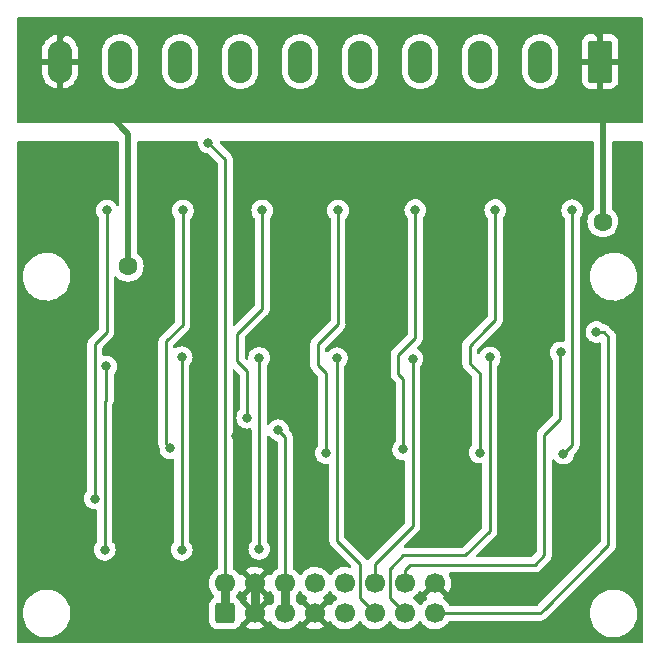
<source format=gbr>
%TF.GenerationSoftware,KiCad,Pcbnew,6.0.11+dfsg-1~bpo11+1*%
%TF.CreationDate,2023-07-05T16:16:59+02:00*%
%TF.ProjectId,din8rib21,64696e38-7269-4623-9231-2e6b69636164,1.1*%
%TF.SameCoordinates,Original*%
%TF.FileFunction,Copper,L2,Bot*%
%TF.FilePolarity,Positive*%
%FSLAX46Y46*%
G04 Gerber Fmt 4.6, Leading zero omitted, Abs format (unit mm)*
G04 Created by KiCad (PCBNEW 6.0.11+dfsg-1~bpo11+1) date 2023-07-05 16:16:59*
%MOMM*%
%LPD*%
G01*
G04 APERTURE LIST*
G04 Aperture macros list*
%AMRoundRect*
0 Rectangle with rounded corners*
0 $1 Rounding radius*
0 $2 $3 $4 $5 $6 $7 $8 $9 X,Y pos of 4 corners*
0 Add a 4 corners polygon primitive as box body*
4,1,4,$2,$3,$4,$5,$6,$7,$8,$9,$2,$3,0*
0 Add four circle primitives for the rounded corners*
1,1,$1+$1,$2,$3*
1,1,$1+$1,$4,$5*
1,1,$1+$1,$6,$7*
1,1,$1+$1,$8,$9*
0 Add four rect primitives between the rounded corners*
20,1,$1+$1,$2,$3,$4,$5,0*
20,1,$1+$1,$4,$5,$6,$7,0*
20,1,$1+$1,$6,$7,$8,$9,0*
20,1,$1+$1,$8,$9,$2,$3,0*%
G04 Aperture macros list end*
%TA.AperFunction,ComponentPad*%
%ADD10RoundRect,0.250000X0.600000X-0.600000X0.600000X0.600000X-0.600000X0.600000X-0.600000X-0.600000X0*%
%TD*%
%TA.AperFunction,ComponentPad*%
%ADD11C,1.700000*%
%TD*%
%TA.AperFunction,ComponentPad*%
%ADD12RoundRect,0.249999X0.790001X1.550001X-0.790001X1.550001X-0.790001X-1.550001X0.790001X-1.550001X0*%
%TD*%
%TA.AperFunction,ComponentPad*%
%ADD13O,2.080000X3.600000*%
%TD*%
%TA.AperFunction,ViaPad*%
%ADD14C,0.800000*%
%TD*%
%TA.AperFunction,ViaPad*%
%ADD15C,1.600000*%
%TD*%
%TA.AperFunction,Conductor*%
%ADD16C,0.250000*%
%TD*%
%TA.AperFunction,Conductor*%
%ADD17C,0.800000*%
%TD*%
%TA.AperFunction,Conductor*%
%ADD18C,0.500000*%
%TD*%
G04 APERTURE END LIST*
D10*
%TO.P,J1,1,Pin_1*%
%TO.N,+24V*%
X142110000Y-116980000D03*
D11*
%TO.P,J1,2,Pin_2*%
X142110000Y-114440000D03*
%TO.P,J1,3,Pin_3*%
%TO.N,GND*%
X144650000Y-116980000D03*
%TO.P,J1,4,Pin_4*%
X144650000Y-114440000D03*
%TO.P,J1,5,Pin_5*%
%TO.N,+3.3V*%
X147190000Y-116980000D03*
%TO.P,J1,6,Pin_6*%
X147190000Y-114440000D03*
%TO.P,J1,7,Pin_7*%
%TO.N,GND*%
X149730000Y-116980000D03*
%TO.P,J1,8,Pin_8*%
%TO.N,/IO_7*%
X149730000Y-114440000D03*
%TO.P,J1,9,Pin_9*%
%TO.N,/IO_6*%
X152270000Y-116980000D03*
%TO.P,J1,10,Pin_10*%
%TO.N,/IO_5*%
X152270000Y-114440000D03*
%TO.P,J1,11,Pin_11*%
%TO.N,/IO_4*%
X154810000Y-116980000D03*
%TO.P,J1,12,Pin_12*%
%TO.N,/IO_3*%
X154810000Y-114440000D03*
%TO.P,J1,13,Pin_13*%
%TO.N,/IO_2*%
X157350000Y-116980000D03*
%TO.P,J1,14,Pin_14*%
%TO.N,/IO_1*%
X157350000Y-114440000D03*
%TO.P,J1,15,Pin_15*%
%TO.N,/IO_0*%
X159890000Y-116980000D03*
%TO.P,J1,16,Pin_16*%
%TO.N,GND*%
X159890000Y-114440000D03*
%TD*%
D12*
%TO.P,J2,1,Pin_1*%
%TO.N,/COM*%
X173860000Y-70277500D03*
D13*
%TO.P,J2,2,Pin_2*%
%TO.N,/IN_0*%
X168780000Y-70277500D03*
%TO.P,J2,3,Pin_3*%
%TO.N,/IN_1*%
X163700000Y-70277500D03*
%TO.P,J2,4,Pin_4*%
%TO.N,/IN_2*%
X158620000Y-70277500D03*
%TO.P,J2,5,Pin_5*%
%TO.N,/IN_3*%
X153540000Y-70277500D03*
%TO.P,J2,6,Pin_6*%
%TO.N,/IN_4*%
X148460000Y-70277500D03*
%TO.P,J2,7,Pin_7*%
%TO.N,/IN_5*%
X143380000Y-70277500D03*
%TO.P,J2,8,Pin_8*%
%TO.N,/IN_6*%
X138300000Y-70277500D03*
%TO.P,J2,9,Pin_9*%
%TO.N,/IN_7*%
X133220000Y-70277500D03*
%TO.P,J2,10,Pin_10*%
%TO.N,/COM*%
X128140000Y-70277500D03*
%TD*%
D14*
%TO.N,+24V*%
X140700000Y-77140000D03*
%TO.N,GND*%
X139500000Y-101500000D03*
X136940000Y-113530000D03*
X162500000Y-102000000D03*
X172650000Y-101500000D03*
X136300000Y-108470000D03*
X143000000Y-102000000D03*
X143430000Y-110540000D03*
X149570000Y-108240000D03*
X146160000Y-98170000D03*
X149500000Y-102000000D03*
X176570000Y-101670000D03*
X156000000Y-102000000D03*
X176990000Y-84830000D03*
X150000000Y-88500000D03*
%TO.N,/IO_0*%
X173540000Y-93170000D03*
%TO.N,/IO_1*%
X170520000Y-94900000D03*
%TO.N,/IO_2*%
X164530000Y-95320000D03*
%TO.N,/IO_3*%
X157980000Y-95440000D03*
%TO.N,/IO_4*%
X151580000Y-95380000D03*
%TO.N,/IO_5*%
X145000000Y-111550000D03*
X144990000Y-95360000D03*
%TO.N,/IO_6*%
X138440000Y-111620000D03*
X138440000Y-95300000D03*
%TO.N,/IO_7*%
X132040000Y-96090000D03*
X131930000Y-111620000D03*
%TO.N,+3.3V*%
X146610000Y-101480000D03*
D15*
%TO.N,/COM*%
X174090000Y-83840000D03*
X133900000Y-87600000D03*
D14*
%TO.N,Net-(Q6-Pad3)*%
X171490000Y-82850000D03*
X170760000Y-103470000D03*
%TO.N,Net-(Q14-Pad3)*%
X143970000Y-100440000D03*
X145250000Y-82880000D03*
%TO.N,Net-(Q15-Pad3)*%
X137470000Y-103020000D03*
X138540000Y-82880000D03*
%TO.N,Net-(Q16-Pad3)*%
X131090000Y-107280000D03*
X132100000Y-82870000D03*
%TO.N,Net-(Q7-Pad3)*%
X164980000Y-82840000D03*
X163660000Y-103390000D03*
%TO.N,Net-(Q8-Pad3)*%
X157180000Y-103110000D03*
X158210000Y-82840000D03*
%TO.N,Net-(Q13-Pad3)*%
X151670000Y-82880000D03*
X150620000Y-103420000D03*
%TD*%
D16*
%TO.N,+24V*%
X140700000Y-77140000D02*
X142110000Y-78550000D01*
D17*
X142110000Y-116980000D02*
X142110000Y-114440000D01*
D16*
X142110000Y-78550000D02*
X142110000Y-114440000D01*
D17*
%TO.N,GND*%
X144650000Y-116980000D02*
X144650000Y-114440000D01*
D16*
%TO.N,/IO_0*%
X168800000Y-116980000D02*
X169190000Y-116590000D01*
X174570000Y-111210000D02*
X169190000Y-116590000D01*
X174150000Y-93170000D02*
X174570000Y-93590000D01*
X173540000Y-93170000D02*
X174150000Y-93170000D01*
X174570000Y-93590000D02*
X174570000Y-111210000D01*
X159890000Y-116980000D02*
X168800000Y-116980000D01*
%TO.N,/IO_1*%
X169140000Y-101860000D02*
X170490000Y-100510000D01*
X157350000Y-114440000D02*
X157350000Y-113350000D01*
X169140000Y-112070000D02*
X169140000Y-101860000D01*
X157800000Y-112900000D02*
X168310000Y-112900000D01*
X157350000Y-113350000D02*
X157800000Y-112900000D01*
X168310000Y-112900000D02*
X169140000Y-112070000D01*
X170490000Y-100510000D02*
X170490000Y-94930000D01*
X170490000Y-94930000D02*
X170520000Y-94900000D01*
%TO.N,/IO_2*%
X157350000Y-116980000D02*
X156070000Y-115700000D01*
X156070000Y-115700000D02*
X156070000Y-113190000D01*
X156070000Y-113190000D02*
X156135000Y-113125000D01*
X164530000Y-95320000D02*
X164530000Y-110000000D01*
X164530000Y-110000000D02*
X162440000Y-112090000D01*
X157170000Y-112090000D02*
X156135000Y-113125000D01*
X162440000Y-112090000D02*
X157170000Y-112090000D01*
%TO.N,/IO_3*%
X154810000Y-112800000D02*
X157980000Y-109630000D01*
X157980000Y-109630000D02*
X157980000Y-95440000D01*
X154810000Y-114440000D02*
X154810000Y-112800000D01*
%TO.N,/IO_4*%
X154810000Y-116980000D02*
X153520000Y-115690000D01*
X151580000Y-110850000D02*
X151580000Y-95380000D01*
X153520000Y-115690000D02*
X153520000Y-112790000D01*
X153520000Y-112790000D02*
X151580000Y-110850000D01*
%TO.N,/IO_5*%
X144990000Y-111540000D02*
X145000000Y-111550000D01*
X144990000Y-95360000D02*
X144990000Y-111540000D01*
%TO.N,/IO_6*%
X138440000Y-95300000D02*
X138440000Y-111620000D01*
%TO.N,/IO_7*%
X131900000Y-99071000D02*
X132040000Y-98931000D01*
X131900000Y-111590000D02*
X131930000Y-111620000D01*
X132040000Y-98931000D02*
X132040000Y-96090000D01*
X131900000Y-99071000D02*
X131900000Y-111590000D01*
%TO.N,+3.3V*%
X147190000Y-102060000D02*
X147190000Y-114440000D01*
X146610000Y-101480000D02*
X147190000Y-102060000D01*
D17*
X147190000Y-116980000D02*
X147190000Y-114440000D01*
D18*
%TO.N,/COM*%
X173850000Y-70287500D02*
X173860000Y-70277500D01*
X173850000Y-73310000D02*
X173850000Y-70287500D01*
X128140000Y-70277500D02*
X128140000Y-68160000D01*
X173050000Y-67320000D02*
X173860000Y-68130000D01*
X133900000Y-76400000D02*
X131400000Y-73900000D01*
X173860000Y-68130000D02*
X173860000Y-70277500D01*
X174090000Y-73550000D02*
X173850000Y-73310000D01*
X128140000Y-68160000D02*
X128980000Y-67320000D01*
X128140000Y-70277500D02*
X128140000Y-72940000D01*
X131400000Y-73900000D02*
X129100000Y-73900000D01*
X128980000Y-67320000D02*
X173050000Y-67320000D01*
X133900000Y-87600000D02*
X133900000Y-76400000D01*
X174090000Y-83840000D02*
X174090000Y-73550000D01*
X128140000Y-72940000D02*
X129100000Y-73900000D01*
D16*
%TO.N,Net-(Q6-Pad3)*%
X171490000Y-85040000D02*
X171490000Y-102740000D01*
X171490000Y-102740000D02*
X170760000Y-103470000D01*
X171490000Y-84240000D02*
X171490000Y-82850000D01*
X171490000Y-85040000D02*
X171490000Y-84240000D01*
%TO.N,Net-(Q14-Pad3)*%
X145250000Y-84510000D02*
X145250000Y-91220000D01*
X143970000Y-96490000D02*
X143970000Y-100440000D01*
X143140000Y-93330000D02*
X143140000Y-95660000D01*
X145250000Y-84510000D02*
X145250000Y-82880000D01*
X143140000Y-95660000D02*
X143970000Y-96490000D01*
X145250000Y-91220000D02*
X143140000Y-93330000D01*
%TO.N,Net-(Q15-Pad3)*%
X137100000Y-101960000D02*
X137100000Y-102650000D01*
X137120000Y-93970000D02*
X137100000Y-93990000D01*
X137100000Y-93990000D02*
X137100000Y-101960000D01*
X137100000Y-102650000D02*
X137470000Y-103020000D01*
X137200000Y-93890000D02*
X137120000Y-93970000D01*
X138540000Y-84470000D02*
X138540000Y-92550000D01*
X138540000Y-84470000D02*
X138540000Y-82880000D01*
X138540000Y-92550000D02*
X137200000Y-93890000D01*
%TO.N,Net-(Q16-Pad3)*%
X131090000Y-107280000D02*
X131090000Y-94180000D01*
X131090000Y-94180000D02*
X132090000Y-93180000D01*
X132090000Y-93180000D02*
X132090000Y-82880000D01*
X132090000Y-82880000D02*
X132100000Y-82870000D01*
%TO.N,Net-(Q7-Pad3)*%
X163660000Y-96650000D02*
X163130000Y-96120000D01*
X162810000Y-94330000D02*
X164190000Y-92950000D01*
X163130000Y-96120000D02*
X162810000Y-95800000D01*
X164190000Y-92950000D02*
X164980000Y-92160000D01*
X163660000Y-103390000D02*
X163660000Y-96650000D01*
X164980000Y-92160000D02*
X164980000Y-84190000D01*
X164980000Y-84190000D02*
X164980000Y-82840000D01*
X162810000Y-95800000D02*
X162810000Y-94330000D01*
%TO.N,Net-(Q8-Pad3)*%
X156750000Y-96700000D02*
X157100000Y-97050000D01*
X156750000Y-95140000D02*
X156750000Y-96700000D01*
X158210000Y-93680000D02*
X157160000Y-94730000D01*
X157100000Y-97050000D02*
X157180000Y-97130000D01*
X156960000Y-94930000D02*
X156750000Y-95140000D01*
X158210000Y-84470000D02*
X158210000Y-82840000D01*
X157180000Y-97130000D02*
X157180000Y-103110000D01*
X157160000Y-94730000D02*
X156960000Y-94930000D01*
X158210000Y-84470000D02*
X158210000Y-93680000D01*
%TO.N,Net-(Q13-Pad3)*%
X151670000Y-92510000D02*
X151670000Y-84430000D01*
X150620000Y-96820000D02*
X150620000Y-96640000D01*
X150970000Y-93210000D02*
X151670000Y-92510000D01*
X149970000Y-95990000D02*
X149970000Y-94210000D01*
X149970000Y-94210000D02*
X150970000Y-93210000D01*
X150620000Y-97220000D02*
X150620000Y-96820000D01*
X150620000Y-96640000D02*
X150280000Y-96300000D01*
X150280000Y-96300000D02*
X149970000Y-95990000D01*
X150620000Y-103420000D02*
X150620000Y-97220000D01*
X151670000Y-84430000D02*
X151670000Y-82880000D01*
%TD*%
%TA.AperFunction,Conductor*%
%TO.N,GND*%
G36*
X133083621Y-77020002D02*
G01*
X133130114Y-77073658D01*
X133141500Y-77126000D01*
X133141500Y-82386694D01*
X133121498Y-82454815D01*
X133067842Y-82501308D01*
X132997568Y-82511412D01*
X132932988Y-82481918D01*
X132906381Y-82449694D01*
X132848115Y-82348774D01*
X132839040Y-82333056D01*
X132826181Y-82318774D01*
X132715675Y-82196045D01*
X132715674Y-82196044D01*
X132711253Y-82191134D01*
X132612157Y-82119136D01*
X132562094Y-82082763D01*
X132562093Y-82082762D01*
X132556752Y-82078882D01*
X132550724Y-82076198D01*
X132550722Y-82076197D01*
X132388319Y-82003891D01*
X132388318Y-82003891D01*
X132382288Y-82001206D01*
X132281741Y-81979834D01*
X132201944Y-81962872D01*
X132201939Y-81962872D01*
X132195487Y-81961500D01*
X132004513Y-81961500D01*
X131998061Y-81962872D01*
X131998056Y-81962872D01*
X131918259Y-81979834D01*
X131817712Y-82001206D01*
X131811682Y-82003891D01*
X131811681Y-82003891D01*
X131649278Y-82076197D01*
X131649276Y-82076198D01*
X131643248Y-82078882D01*
X131637907Y-82082762D01*
X131637906Y-82082763D01*
X131587843Y-82119136D01*
X131488747Y-82191134D01*
X131484326Y-82196044D01*
X131484325Y-82196045D01*
X131373820Y-82318774D01*
X131360960Y-82333056D01*
X131351885Y-82348774D01*
X131282794Y-82468444D01*
X131265473Y-82498444D01*
X131206458Y-82680072D01*
X131205768Y-82686633D01*
X131205768Y-82686635D01*
X131189891Y-82837699D01*
X131186496Y-82870000D01*
X131187186Y-82876565D01*
X131200182Y-83000211D01*
X131206458Y-83059928D01*
X131265473Y-83241556D01*
X131268776Y-83247278D01*
X131268777Y-83247279D01*
X131272809Y-83254263D01*
X131360960Y-83406944D01*
X131365378Y-83411851D01*
X131365379Y-83411852D01*
X131424136Y-83477108D01*
X131454853Y-83541115D01*
X131456500Y-83561418D01*
X131456500Y-92865405D01*
X131436498Y-92933526D01*
X131419595Y-92954501D01*
X131055123Y-93318972D01*
X130697742Y-93676353D01*
X130689463Y-93683887D01*
X130682982Y-93688000D01*
X130652871Y-93720065D01*
X130636357Y-93737651D01*
X130633602Y-93740493D01*
X130613865Y-93760230D01*
X130611385Y-93763427D01*
X130603682Y-93772447D01*
X130573414Y-93804679D01*
X130569595Y-93811625D01*
X130569593Y-93811628D01*
X130563652Y-93822434D01*
X130552801Y-93838953D01*
X130540386Y-93854959D01*
X130537241Y-93862228D01*
X130537238Y-93862232D01*
X130522826Y-93895537D01*
X130517609Y-93906187D01*
X130496305Y-93944940D01*
X130494334Y-93952615D01*
X130494334Y-93952616D01*
X130491267Y-93964562D01*
X130484863Y-93983266D01*
X130476819Y-94001855D01*
X130475580Y-94009678D01*
X130475577Y-94009688D01*
X130469901Y-94045524D01*
X130467495Y-94057144D01*
X130458472Y-94092289D01*
X130456500Y-94099970D01*
X130456500Y-94120224D01*
X130454949Y-94139934D01*
X130451780Y-94159943D01*
X130452526Y-94167835D01*
X130455941Y-94203961D01*
X130456500Y-94215819D01*
X130456500Y-106577476D01*
X130436498Y-106645597D01*
X130424142Y-106661779D01*
X130350960Y-106743056D01*
X130255473Y-106908444D01*
X130196458Y-107090072D01*
X130176496Y-107280000D01*
X130196458Y-107469928D01*
X130255473Y-107651556D01*
X130350960Y-107816944D01*
X130478747Y-107958866D01*
X130633248Y-108071118D01*
X130639276Y-108073802D01*
X130639278Y-108073803D01*
X130801681Y-108146109D01*
X130807712Y-108148794D01*
X130901113Y-108168647D01*
X130988056Y-108187128D01*
X130988061Y-108187128D01*
X130994513Y-108188500D01*
X131140500Y-108188500D01*
X131208621Y-108208502D01*
X131255114Y-108262158D01*
X131266500Y-108314500D01*
X131266500Y-110950794D01*
X131246498Y-111018915D01*
X131234136Y-111035104D01*
X131215834Y-111055431D01*
X131190960Y-111083056D01*
X131095473Y-111248444D01*
X131036458Y-111430072D01*
X131035768Y-111436633D01*
X131035768Y-111436635D01*
X131032453Y-111468175D01*
X131016496Y-111620000D01*
X131017186Y-111626565D01*
X131029761Y-111746206D01*
X131036458Y-111809928D01*
X131095473Y-111991556D01*
X131190960Y-112156944D01*
X131195378Y-112161851D01*
X131195379Y-112161852D01*
X131289812Y-112266730D01*
X131318747Y-112298866D01*
X131473248Y-112411118D01*
X131479276Y-112413802D01*
X131479278Y-112413803D01*
X131641681Y-112486109D01*
X131647712Y-112488794D01*
X131737561Y-112507892D01*
X131828056Y-112527128D01*
X131828061Y-112527128D01*
X131834513Y-112528500D01*
X132025487Y-112528500D01*
X132031939Y-112527128D01*
X132031944Y-112527128D01*
X132122439Y-112507892D01*
X132212288Y-112488794D01*
X132218319Y-112486109D01*
X132380722Y-112413803D01*
X132380724Y-112413802D01*
X132386752Y-112411118D01*
X132541253Y-112298866D01*
X132570188Y-112266730D01*
X132664621Y-112161852D01*
X132664622Y-112161851D01*
X132669040Y-112156944D01*
X132764527Y-111991556D01*
X132823542Y-111809928D01*
X132830240Y-111746206D01*
X132842814Y-111626565D01*
X132843504Y-111620000D01*
X132827547Y-111468175D01*
X132824232Y-111436635D01*
X132824232Y-111436633D01*
X132823542Y-111430072D01*
X132764527Y-111248444D01*
X132669040Y-111083056D01*
X132649309Y-111061142D01*
X132565864Y-110968467D01*
X132535146Y-110904460D01*
X132533500Y-110884157D01*
X132533500Y-99377346D01*
X132553340Y-99309778D01*
X132556586Y-99306321D01*
X132560403Y-99299378D01*
X132560406Y-99299374D01*
X132566348Y-99288566D01*
X132577199Y-99272047D01*
X132584758Y-99262301D01*
X132589614Y-99256041D01*
X132592759Y-99248772D01*
X132592762Y-99248768D01*
X132607174Y-99215463D01*
X132612391Y-99204813D01*
X132633695Y-99166060D01*
X132638733Y-99146437D01*
X132645137Y-99127734D01*
X132650033Y-99116420D01*
X132650033Y-99116419D01*
X132653181Y-99109145D01*
X132654420Y-99101322D01*
X132654423Y-99101312D01*
X132660099Y-99065476D01*
X132662505Y-99053856D01*
X132671528Y-99018711D01*
X132671528Y-99018710D01*
X132673500Y-99011030D01*
X132673500Y-98990776D01*
X132675051Y-98971065D01*
X132676980Y-98958886D01*
X132678220Y-98951057D01*
X132674059Y-98907038D01*
X132673500Y-98895181D01*
X132673500Y-96792524D01*
X132693502Y-96724403D01*
X132705858Y-96708221D01*
X132779040Y-96626944D01*
X132874527Y-96461556D01*
X132933542Y-96279928D01*
X132934632Y-96269563D01*
X132952814Y-96096565D01*
X132953504Y-96090000D01*
X132944040Y-95999958D01*
X132934232Y-95906635D01*
X132934232Y-95906633D01*
X132933542Y-95900072D01*
X132874527Y-95718444D01*
X132843828Y-95665271D01*
X132819633Y-95623365D01*
X132779040Y-95553056D01*
X132740208Y-95509928D01*
X132655675Y-95416045D01*
X132655674Y-95416044D01*
X132651253Y-95411134D01*
X132525818Y-95320000D01*
X132502094Y-95302763D01*
X132502093Y-95302762D01*
X132496752Y-95298882D01*
X132490724Y-95296198D01*
X132490722Y-95296197D01*
X132328319Y-95223891D01*
X132328318Y-95223891D01*
X132322288Y-95221206D01*
X132228887Y-95201353D01*
X132141944Y-95182872D01*
X132141939Y-95182872D01*
X132135487Y-95181500D01*
X131944513Y-95181500D01*
X131938053Y-95182873D01*
X131938054Y-95182873D01*
X131875696Y-95196127D01*
X131804906Y-95190725D01*
X131748273Y-95147908D01*
X131723780Y-95081270D01*
X131723500Y-95072880D01*
X131723500Y-94494594D01*
X131743502Y-94426473D01*
X131760405Y-94405499D01*
X132195961Y-93969943D01*
X136461780Y-93969943D01*
X136462526Y-93977835D01*
X136465941Y-94013961D01*
X136466500Y-94025819D01*
X136466500Y-102571233D01*
X136465973Y-102582416D01*
X136464298Y-102589909D01*
X136464547Y-102597835D01*
X136464547Y-102597836D01*
X136466438Y-102657986D01*
X136466500Y-102661945D01*
X136466500Y-102689856D01*
X136466997Y-102693790D01*
X136466997Y-102693791D01*
X136467005Y-102693856D01*
X136467938Y-102705693D01*
X136469327Y-102749889D01*
X136473962Y-102765842D01*
X136474978Y-102769339D01*
X136478987Y-102788700D01*
X136479295Y-102791134D01*
X136481526Y-102808797D01*
X136484445Y-102816168D01*
X136484445Y-102816170D01*
X136497804Y-102849912D01*
X136501649Y-102861142D01*
X136509677Y-102888774D01*
X136513982Y-102903593D01*
X136518015Y-102910412D01*
X136518017Y-102910417D01*
X136524293Y-102921028D01*
X136532988Y-102938776D01*
X136540448Y-102957617D01*
X136542218Y-102960053D01*
X136556819Y-103016923D01*
X136556496Y-103020000D01*
X136557186Y-103026565D01*
X136573261Y-103179507D01*
X136576458Y-103209928D01*
X136635473Y-103391556D01*
X136730960Y-103556944D01*
X136735378Y-103561851D01*
X136735379Y-103561852D01*
X136778667Y-103609928D01*
X136858747Y-103698866D01*
X137013248Y-103811118D01*
X137019276Y-103813802D01*
X137019278Y-103813803D01*
X137081613Y-103841556D01*
X137187712Y-103888794D01*
X137281113Y-103908647D01*
X137368056Y-103927128D01*
X137368061Y-103927128D01*
X137374513Y-103928500D01*
X137565487Y-103928500D01*
X137571942Y-103927128D01*
X137571951Y-103927127D01*
X137654302Y-103909622D01*
X137725093Y-103915023D01*
X137781726Y-103957839D01*
X137806220Y-104024477D01*
X137806500Y-104032868D01*
X137806500Y-110917476D01*
X137786498Y-110985597D01*
X137774142Y-111001779D01*
X137700960Y-111083056D01*
X137605473Y-111248444D01*
X137546458Y-111430072D01*
X137545768Y-111436633D01*
X137545768Y-111436635D01*
X137542453Y-111468175D01*
X137526496Y-111620000D01*
X137527186Y-111626565D01*
X137539761Y-111746206D01*
X137546458Y-111809928D01*
X137605473Y-111991556D01*
X137700960Y-112156944D01*
X137705378Y-112161851D01*
X137705379Y-112161852D01*
X137799812Y-112266730D01*
X137828747Y-112298866D01*
X137983248Y-112411118D01*
X137989276Y-112413802D01*
X137989278Y-112413803D01*
X138151681Y-112486109D01*
X138157712Y-112488794D01*
X138247561Y-112507892D01*
X138338056Y-112527128D01*
X138338061Y-112527128D01*
X138344513Y-112528500D01*
X138535487Y-112528500D01*
X138541939Y-112527128D01*
X138541944Y-112527128D01*
X138632439Y-112507892D01*
X138722288Y-112488794D01*
X138728319Y-112486109D01*
X138890722Y-112413803D01*
X138890724Y-112413802D01*
X138896752Y-112411118D01*
X139051253Y-112298866D01*
X139080188Y-112266730D01*
X139174621Y-112161852D01*
X139174622Y-112161851D01*
X139179040Y-112156944D01*
X139274527Y-111991556D01*
X139333542Y-111809928D01*
X139340240Y-111746206D01*
X139352814Y-111626565D01*
X139353504Y-111620000D01*
X139337547Y-111468175D01*
X139334232Y-111436635D01*
X139334232Y-111436633D01*
X139333542Y-111430072D01*
X139274527Y-111248444D01*
X139179040Y-111083056D01*
X139105863Y-111001785D01*
X139075147Y-110937779D01*
X139073500Y-110917476D01*
X139073500Y-96002524D01*
X139093502Y-95934403D01*
X139105858Y-95918221D01*
X139179040Y-95836944D01*
X139243515Y-95725271D01*
X139271223Y-95677279D01*
X139271224Y-95677278D01*
X139274527Y-95671556D01*
X139333542Y-95489928D01*
X139341824Y-95411134D01*
X139352814Y-95306565D01*
X139353504Y-95300000D01*
X139347597Y-95243794D01*
X139334232Y-95116635D01*
X139334232Y-95116633D01*
X139333542Y-95110072D01*
X139274527Y-94928444D01*
X139263171Y-94908774D01*
X139182341Y-94768774D01*
X139179040Y-94763056D01*
X139151482Y-94732449D01*
X139055675Y-94626045D01*
X139055674Y-94626044D01*
X139051253Y-94621134D01*
X138908206Y-94517204D01*
X138902094Y-94512763D01*
X138902093Y-94512762D01*
X138896752Y-94508882D01*
X138890724Y-94506198D01*
X138890722Y-94506197D01*
X138728319Y-94433891D01*
X138728318Y-94433891D01*
X138722288Y-94431206D01*
X138601347Y-94405499D01*
X138541944Y-94392872D01*
X138541939Y-94392872D01*
X138535487Y-94391500D01*
X138344513Y-94391500D01*
X138338061Y-94392872D01*
X138338056Y-94392872D01*
X138278653Y-94405499D01*
X138157712Y-94431206D01*
X138151682Y-94433891D01*
X138151681Y-94433891D01*
X137989278Y-94506197D01*
X137989276Y-94506198D01*
X137983248Y-94508882D01*
X137977907Y-94512762D01*
X137977906Y-94512763D01*
X137933561Y-94544982D01*
X137866694Y-94568840D01*
X137797542Y-94552760D01*
X137748062Y-94501846D01*
X137733500Y-94443046D01*
X137733500Y-94304594D01*
X137753502Y-94236473D01*
X137770405Y-94215499D01*
X138932247Y-93053657D01*
X138940537Y-93046113D01*
X138947018Y-93042000D01*
X138993659Y-92992332D01*
X138996413Y-92989491D01*
X139016134Y-92969770D01*
X139018612Y-92966575D01*
X139026318Y-92957553D01*
X139051158Y-92931101D01*
X139056586Y-92925321D01*
X139066346Y-92907568D01*
X139077199Y-92891045D01*
X139084753Y-92881306D01*
X139089613Y-92875041D01*
X139107176Y-92834457D01*
X139112383Y-92823827D01*
X139133695Y-92785060D01*
X139135666Y-92777383D01*
X139135668Y-92777378D01*
X139138732Y-92765442D01*
X139145138Y-92746730D01*
X139150033Y-92735419D01*
X139153181Y-92728145D01*
X139154421Y-92720317D01*
X139154423Y-92720310D01*
X139160099Y-92684476D01*
X139162505Y-92672856D01*
X139171528Y-92637711D01*
X139171528Y-92637710D01*
X139173500Y-92630030D01*
X139173500Y-92609776D01*
X139175051Y-92590065D01*
X139176980Y-92577886D01*
X139178220Y-92570057D01*
X139174059Y-92526038D01*
X139173500Y-92514181D01*
X139173500Y-83582524D01*
X139193502Y-83514403D01*
X139205858Y-83498221D01*
X139279040Y-83416944D01*
X139374527Y-83251556D01*
X139433542Y-83069928D01*
X139440870Y-83000211D01*
X139452814Y-82886565D01*
X139453504Y-82880000D01*
X139433542Y-82690072D01*
X139374527Y-82508444D01*
X139368754Y-82498444D01*
X139282341Y-82348774D01*
X139279040Y-82343056D01*
X139257177Y-82318774D01*
X139155675Y-82206045D01*
X139155674Y-82206044D01*
X139151253Y-82201134D01*
X138996752Y-82088882D01*
X138990724Y-82086198D01*
X138990722Y-82086197D01*
X138828319Y-82013891D01*
X138828318Y-82013891D01*
X138822288Y-82011206D01*
X138728888Y-81991353D01*
X138641944Y-81972872D01*
X138641939Y-81972872D01*
X138635487Y-81971500D01*
X138444513Y-81971500D01*
X138438061Y-81972872D01*
X138438056Y-81972872D01*
X138351112Y-81991353D01*
X138257712Y-82011206D01*
X138251682Y-82013891D01*
X138251681Y-82013891D01*
X138089278Y-82086197D01*
X138089276Y-82086198D01*
X138083248Y-82088882D01*
X137928747Y-82201134D01*
X137924326Y-82206044D01*
X137924325Y-82206045D01*
X137822824Y-82318774D01*
X137800960Y-82343056D01*
X137797659Y-82348774D01*
X137711247Y-82498444D01*
X137705473Y-82508444D01*
X137646458Y-82690072D01*
X137626496Y-82880000D01*
X137627186Y-82886565D01*
X137639131Y-83000211D01*
X137646458Y-83069928D01*
X137705473Y-83251556D01*
X137800960Y-83416944D01*
X137874137Y-83498215D01*
X137904853Y-83562221D01*
X137906500Y-83582524D01*
X137906500Y-92235405D01*
X137886498Y-92303526D01*
X137869595Y-92324500D01*
X136707747Y-93486348D01*
X136699461Y-93493888D01*
X136692982Y-93498000D01*
X136687557Y-93503777D01*
X136646357Y-93547651D01*
X136643602Y-93550493D01*
X136623865Y-93570230D01*
X136621385Y-93573427D01*
X136613682Y-93582447D01*
X136583414Y-93614679D01*
X136579595Y-93621625D01*
X136579593Y-93621628D01*
X136573652Y-93632434D01*
X136562801Y-93648953D01*
X136550386Y-93664959D01*
X136547241Y-93672228D01*
X136547238Y-93672232D01*
X136532826Y-93705537D01*
X136527609Y-93716187D01*
X136506305Y-93754940D01*
X136504334Y-93762615D01*
X136504334Y-93762616D01*
X136501267Y-93774562D01*
X136494863Y-93793266D01*
X136492763Y-93798120D01*
X136486819Y-93811855D01*
X136485580Y-93819678D01*
X136485577Y-93819688D01*
X136479901Y-93855524D01*
X136477495Y-93867144D01*
X136468806Y-93900989D01*
X136466500Y-93909970D01*
X136466500Y-93930224D01*
X136464949Y-93949934D01*
X136461780Y-93969943D01*
X132195961Y-93969943D01*
X132482247Y-93683657D01*
X132490537Y-93676113D01*
X132497018Y-93672000D01*
X132543659Y-93622332D01*
X132546413Y-93619491D01*
X132566135Y-93599769D01*
X132568612Y-93596576D01*
X132576317Y-93587555D01*
X132581112Y-93582449D01*
X132606586Y-93555321D01*
X132610407Y-93548371D01*
X132616346Y-93537568D01*
X132627202Y-93521041D01*
X132634757Y-93511302D01*
X132634758Y-93511300D01*
X132639614Y-93505040D01*
X132657174Y-93464460D01*
X132662391Y-93453812D01*
X132679875Y-93422009D01*
X132679876Y-93422007D01*
X132683695Y-93415060D01*
X132688733Y-93395437D01*
X132695137Y-93376734D01*
X132700033Y-93365420D01*
X132700033Y-93365419D01*
X132703181Y-93358145D01*
X132704420Y-93350322D01*
X132704423Y-93350312D01*
X132710099Y-93314476D01*
X132712505Y-93302856D01*
X132721528Y-93267711D01*
X132721528Y-93267710D01*
X132723500Y-93260030D01*
X132723500Y-93239776D01*
X132725051Y-93220065D01*
X132726980Y-93207886D01*
X132728220Y-93200057D01*
X132724059Y-93156038D01*
X132723500Y-93144181D01*
X132723500Y-88578188D01*
X132743502Y-88510067D01*
X132797158Y-88463574D01*
X132867432Y-88453470D01*
X132932012Y-88482964D01*
X132938595Y-88489093D01*
X133055700Y-88606198D01*
X133060208Y-88609355D01*
X133060211Y-88609357D01*
X133138389Y-88664098D01*
X133243251Y-88737523D01*
X133248233Y-88739846D01*
X133248238Y-88739849D01*
X133400088Y-88810657D01*
X133450757Y-88834284D01*
X133456065Y-88835706D01*
X133456067Y-88835707D01*
X133666598Y-88892119D01*
X133666600Y-88892119D01*
X133671913Y-88893543D01*
X133900000Y-88913498D01*
X134128087Y-88893543D01*
X134133400Y-88892119D01*
X134133402Y-88892119D01*
X134343933Y-88835707D01*
X134343935Y-88835706D01*
X134349243Y-88834284D01*
X134399912Y-88810657D01*
X134551762Y-88739849D01*
X134551767Y-88739846D01*
X134556749Y-88737523D01*
X134661611Y-88664098D01*
X134739789Y-88609357D01*
X134739792Y-88609355D01*
X134744300Y-88606198D01*
X134906198Y-88444300D01*
X135037523Y-88256749D01*
X135039846Y-88251767D01*
X135039849Y-88251762D01*
X135131961Y-88054225D01*
X135131961Y-88054224D01*
X135134284Y-88049243D01*
X135164002Y-87938337D01*
X135192119Y-87833402D01*
X135192119Y-87833400D01*
X135193543Y-87828087D01*
X135213498Y-87600000D01*
X135193543Y-87371913D01*
X135157276Y-87236562D01*
X135135707Y-87156067D01*
X135135706Y-87156065D01*
X135134284Y-87150757D01*
X135131961Y-87145775D01*
X135039849Y-86948238D01*
X135039846Y-86948233D01*
X135037523Y-86943251D01*
X134906198Y-86755700D01*
X134744300Y-86593802D01*
X134712229Y-86571345D01*
X134667901Y-86515890D01*
X134658500Y-86468133D01*
X134658500Y-77126000D01*
X134678502Y-77057879D01*
X134732158Y-77011386D01*
X134784500Y-77000000D01*
X139661273Y-77000000D01*
X139729394Y-77020002D01*
X139775887Y-77073658D01*
X139784575Y-77126830D01*
X139787186Y-77126830D01*
X139787186Y-77133435D01*
X139786496Y-77140000D01*
X139806458Y-77329928D01*
X139865473Y-77511556D01*
X139960960Y-77676944D01*
X140088747Y-77818866D01*
X140243248Y-77931118D01*
X140249276Y-77933802D01*
X140249278Y-77933803D01*
X140411681Y-78006109D01*
X140417712Y-78008794D01*
X140511113Y-78028647D01*
X140598056Y-78047128D01*
X140598061Y-78047128D01*
X140604513Y-78048500D01*
X140660405Y-78048500D01*
X140728526Y-78068502D01*
X140749501Y-78085405D01*
X141439596Y-78775501D01*
X141473621Y-78837813D01*
X141476500Y-78864596D01*
X141476500Y-113161692D01*
X141456498Y-113229813D01*
X141408683Y-113273453D01*
X141383607Y-113286507D01*
X141379474Y-113289610D01*
X141379471Y-113289612D01*
X141209100Y-113417530D01*
X141204965Y-113420635D01*
X141160652Y-113467006D01*
X141097584Y-113533003D01*
X141050629Y-113582138D01*
X140924743Y-113766680D01*
X140830688Y-113969305D01*
X140770989Y-114184570D01*
X140747251Y-114406695D01*
X140747548Y-114411848D01*
X140747548Y-114411851D01*
X140749910Y-114452812D01*
X140760110Y-114629715D01*
X140761247Y-114634761D01*
X140761248Y-114634767D01*
X140782275Y-114728069D01*
X140809222Y-114847639D01*
X140867345Y-114990780D01*
X140882320Y-115027658D01*
X140893266Y-115054616D01*
X140943861Y-115137180D01*
X141007291Y-115240688D01*
X141009987Y-115245088D01*
X141013367Y-115248990D01*
X141152866Y-115410032D01*
X141152869Y-115410035D01*
X141156250Y-115413938D01*
X141160224Y-115417237D01*
X141163658Y-115420600D01*
X141198334Y-115482553D01*
X141201500Y-115510623D01*
X141201500Y-115608689D01*
X141181498Y-115676810D01*
X141141804Y-115715833D01*
X141035652Y-115781522D01*
X141030479Y-115786704D01*
X140975176Y-115842104D01*
X140910695Y-115906697D01*
X140906855Y-115912927D01*
X140906854Y-115912928D01*
X140835460Y-116028751D01*
X140817885Y-116057262D01*
X140815581Y-116064209D01*
X140769047Y-116204506D01*
X140762203Y-116225139D01*
X140751500Y-116329600D01*
X140751500Y-117630400D01*
X140751837Y-117633646D01*
X140751837Y-117633650D01*
X140760591Y-117718016D01*
X140762474Y-117736166D01*
X140764655Y-117742702D01*
X140764655Y-117742704D01*
X140808728Y-117874806D01*
X140818450Y-117903946D01*
X140911522Y-118054348D01*
X141036697Y-118179305D01*
X141042927Y-118183145D01*
X141042928Y-118183146D01*
X141180090Y-118267694D01*
X141187262Y-118272115D01*
X141239915Y-118289579D01*
X141348611Y-118325632D01*
X141348613Y-118325632D01*
X141355139Y-118327797D01*
X141361975Y-118328497D01*
X141361978Y-118328498D01*
X141396531Y-118332038D01*
X141459600Y-118338500D01*
X142760400Y-118338500D01*
X142763646Y-118338163D01*
X142763650Y-118338163D01*
X142859308Y-118328238D01*
X142859312Y-118328237D01*
X142866166Y-118327526D01*
X142872702Y-118325345D01*
X142872704Y-118325345D01*
X143004806Y-118281272D01*
X143033946Y-118271550D01*
X143184348Y-118178478D01*
X143257845Y-118104853D01*
X143889977Y-118104853D01*
X143895258Y-118111907D01*
X144056756Y-118206279D01*
X144066042Y-118210729D01*
X144265001Y-118286703D01*
X144274899Y-118289579D01*
X144483595Y-118332038D01*
X144493823Y-118333257D01*
X144706650Y-118341062D01*
X144716936Y-118340595D01*
X144928185Y-118313534D01*
X144938262Y-118311392D01*
X145142255Y-118250191D01*
X145151842Y-118246433D01*
X145343098Y-118152738D01*
X145351944Y-118147465D01*
X145399247Y-118113723D01*
X145407648Y-118103023D01*
X145400660Y-118089870D01*
X144662812Y-117352022D01*
X144648868Y-117344408D01*
X144647035Y-117344539D01*
X144640420Y-117348790D01*
X143896737Y-118092473D01*
X143889977Y-118104853D01*
X143257845Y-118104853D01*
X143309305Y-118053303D01*
X143361658Y-117968371D01*
X143398275Y-117908968D01*
X143398276Y-117908966D01*
X143402115Y-117902738D01*
X143426913Y-117827975D01*
X143467342Y-117769616D01*
X143496630Y-117751934D01*
X143535694Y-117735096D01*
X144277978Y-116992812D01*
X144285592Y-116978868D01*
X144285461Y-116977035D01*
X144281210Y-116970420D01*
X143539849Y-116229059D01*
X143499510Y-116207031D01*
X143486523Y-116204206D01*
X143436322Y-116154003D01*
X143427388Y-116133497D01*
X143403870Y-116063007D01*
X143403869Y-116063005D01*
X143401550Y-116056054D01*
X143308478Y-115905652D01*
X143183303Y-115780695D01*
X143171417Y-115773368D01*
X143116894Y-115739760D01*
X143078383Y-115716021D01*
X143030891Y-115663250D01*
X143018500Y-115608762D01*
X143018500Y-115564853D01*
X143889977Y-115564853D01*
X143895258Y-115571907D01*
X143942479Y-115599501D01*
X143991203Y-115651139D01*
X144004274Y-115720922D01*
X143977543Y-115786694D01*
X143937087Y-115820053D01*
X143928466Y-115824541D01*
X143919734Y-115830039D01*
X143899677Y-115845099D01*
X143891223Y-115856427D01*
X143897968Y-115868758D01*
X144637188Y-116607978D01*
X144651132Y-116615592D01*
X144652965Y-116615461D01*
X144659580Y-116611210D01*
X145403389Y-115867401D01*
X145410410Y-115854544D01*
X145403611Y-115845213D01*
X145399559Y-115842521D01*
X145362116Y-115821852D01*
X145312145Y-115771420D01*
X145297373Y-115701977D01*
X145322489Y-115635572D01*
X145349840Y-115608965D01*
X145399247Y-115573723D01*
X145407648Y-115563023D01*
X145400660Y-115549870D01*
X144662812Y-114812022D01*
X144648868Y-114804408D01*
X144647035Y-114804539D01*
X144640420Y-114808790D01*
X143896737Y-115552473D01*
X143889977Y-115564853D01*
X143018500Y-115564853D01*
X143018500Y-115504953D01*
X143038502Y-115436832D01*
X143055560Y-115415702D01*
X143114718Y-115356751D01*
X143148096Y-115323489D01*
X143207594Y-115240689D01*
X143278453Y-115142077D01*
X143279640Y-115142930D01*
X143326960Y-115099362D01*
X143396897Y-115087145D01*
X143462338Y-115114678D01*
X143490166Y-115146512D01*
X143516459Y-115189419D01*
X143526916Y-115198880D01*
X143535694Y-115195096D01*
X144277978Y-114452812D01*
X144285592Y-114438868D01*
X144285461Y-114437035D01*
X144281210Y-114430420D01*
X143539849Y-113689059D01*
X143528313Y-113682759D01*
X143516031Y-113692382D01*
X143483499Y-113740072D01*
X143428587Y-113785075D01*
X143358063Y-113793246D01*
X143294316Y-113761992D01*
X143273618Y-113737508D01*
X143192822Y-113612617D01*
X143192820Y-113612614D01*
X143190014Y-113608277D01*
X143039670Y-113443051D01*
X143035619Y-113439852D01*
X143035615Y-113439848D01*
X142879338Y-113316427D01*
X143891223Y-113316427D01*
X143897968Y-113328758D01*
X144637188Y-114067978D01*
X144651132Y-114075592D01*
X144652965Y-114075461D01*
X144659580Y-114071210D01*
X145403389Y-113327401D01*
X145410410Y-113314544D01*
X145403611Y-113305213D01*
X145399554Y-113302518D01*
X145213117Y-113199599D01*
X145203705Y-113195369D01*
X145002959Y-113124280D01*
X144992989Y-113121646D01*
X144783327Y-113084301D01*
X144773073Y-113083331D01*
X144560116Y-113080728D01*
X144549832Y-113081448D01*
X144339321Y-113113661D01*
X144329293Y-113116050D01*
X144126868Y-113182212D01*
X144117359Y-113186209D01*
X143928466Y-113284540D01*
X143919734Y-113290039D01*
X143899677Y-113305099D01*
X143891223Y-113316427D01*
X142879338Y-113316427D01*
X142868414Y-113307800D01*
X142868410Y-113307798D01*
X142864359Y-113304598D01*
X142859835Y-113302101D01*
X142859831Y-113302098D01*
X142808608Y-113273822D01*
X142758636Y-113223390D01*
X142743500Y-113163513D01*
X142743500Y-96463594D01*
X142763502Y-96395473D01*
X142817158Y-96348980D01*
X142887432Y-96338876D01*
X142952012Y-96368370D01*
X142958595Y-96374499D01*
X143299595Y-96715499D01*
X143333621Y-96777811D01*
X143336500Y-96804594D01*
X143336500Y-99737476D01*
X143316498Y-99805597D01*
X143304142Y-99821779D01*
X143230960Y-99903056D01*
X143135473Y-100068444D01*
X143076458Y-100250072D01*
X143075768Y-100256633D01*
X143075768Y-100256635D01*
X143057186Y-100433435D01*
X143056496Y-100440000D01*
X143076458Y-100629928D01*
X143135473Y-100811556D01*
X143230960Y-100976944D01*
X143235378Y-100981851D01*
X143235379Y-100981852D01*
X143287199Y-101039404D01*
X143358747Y-101118866D01*
X143513248Y-101231118D01*
X143519276Y-101233802D01*
X143519278Y-101233803D01*
X143645661Y-101290072D01*
X143687712Y-101308794D01*
X143781113Y-101328647D01*
X143868056Y-101347128D01*
X143868061Y-101347128D01*
X143874513Y-101348500D01*
X144065487Y-101348500D01*
X144071939Y-101347128D01*
X144071944Y-101347128D01*
X144204303Y-101318994D01*
X144275094Y-101324396D01*
X144331727Y-101367213D01*
X144356220Y-101433851D01*
X144356500Y-101442241D01*
X144356500Y-110858582D01*
X144336498Y-110926703D01*
X144324136Y-110942892D01*
X144271107Y-111001787D01*
X144260960Y-111013056D01*
X144223379Y-111078148D01*
X144173793Y-111164034D01*
X144165473Y-111178444D01*
X144106458Y-111360072D01*
X144105768Y-111366633D01*
X144105768Y-111366635D01*
X144096323Y-111456500D01*
X144086496Y-111550000D01*
X144087186Y-111556565D01*
X144102857Y-111705663D01*
X144106458Y-111739928D01*
X144165473Y-111921556D01*
X144260960Y-112086944D01*
X144265378Y-112091851D01*
X144265379Y-112091852D01*
X144317763Y-112150030D01*
X144388747Y-112228866D01*
X144425294Y-112255419D01*
X144503178Y-112312005D01*
X144543248Y-112341118D01*
X144549276Y-112343802D01*
X144549278Y-112343803D01*
X144672438Y-112398637D01*
X144717712Y-112418794D01*
X144801986Y-112436707D01*
X144898056Y-112457128D01*
X144898061Y-112457128D01*
X144904513Y-112458500D01*
X145095487Y-112458500D01*
X145101939Y-112457128D01*
X145101944Y-112457128D01*
X145198014Y-112436707D01*
X145282288Y-112418794D01*
X145327562Y-112398637D01*
X145450722Y-112343803D01*
X145450724Y-112343802D01*
X145456752Y-112341118D01*
X145496823Y-112312005D01*
X145574706Y-112255419D01*
X145611253Y-112228866D01*
X145682237Y-112150030D01*
X145734621Y-112091852D01*
X145734622Y-112091851D01*
X145739040Y-112086944D01*
X145834527Y-111921556D01*
X145893542Y-111739928D01*
X145897144Y-111705663D01*
X145912814Y-111556565D01*
X145913504Y-111550000D01*
X145903677Y-111456500D01*
X145894232Y-111366635D01*
X145894232Y-111366633D01*
X145893542Y-111360072D01*
X145834527Y-111178444D01*
X145826208Y-111164034D01*
X145742343Y-111018777D01*
X145742341Y-111018774D01*
X145739040Y-111013056D01*
X145655864Y-110920680D01*
X145625147Y-110856672D01*
X145623500Y-110836369D01*
X145623500Y-102058569D01*
X145643502Y-101990448D01*
X145697158Y-101943955D01*
X145767432Y-101933851D01*
X145832012Y-101963345D01*
X145858617Y-101995566D01*
X145870960Y-102016944D01*
X145875378Y-102021851D01*
X145875379Y-102021852D01*
X145969971Y-102126907D01*
X145998747Y-102158866D01*
X146153248Y-102271118D01*
X146159276Y-102273802D01*
X146159278Y-102273803D01*
X146321681Y-102346109D01*
X146327712Y-102348794D01*
X146416294Y-102367623D01*
X146456697Y-102376211D01*
X146519171Y-102409940D01*
X146553492Y-102472089D01*
X146556500Y-102499458D01*
X146556500Y-113161692D01*
X146536498Y-113229813D01*
X146488683Y-113273453D01*
X146463607Y-113286507D01*
X146459474Y-113289610D01*
X146459471Y-113289612D01*
X146289100Y-113417530D01*
X146284965Y-113420635D01*
X146240652Y-113467006D01*
X146177584Y-113533003D01*
X146130629Y-113582138D01*
X146023204Y-113739618D01*
X146022898Y-113740066D01*
X145967987Y-113785069D01*
X145897462Y-113793240D01*
X145833715Y-113761986D01*
X145813017Y-113737501D01*
X145783062Y-113691197D01*
X145772377Y-113681995D01*
X145762812Y-113686398D01*
X145022022Y-114427188D01*
X145014408Y-114441132D01*
X145014539Y-114442965D01*
X145018790Y-114449580D01*
X145760474Y-115191264D01*
X145772484Y-115197823D01*
X145784223Y-115188855D01*
X145818022Y-115141819D01*
X145819277Y-115142721D01*
X145866391Y-115099355D01*
X145936330Y-115087148D01*
X146001767Y-115114691D01*
X146029580Y-115146513D01*
X146087287Y-115240683D01*
X146087291Y-115240688D01*
X146089987Y-115245088D01*
X146093367Y-115248990D01*
X146232866Y-115410032D01*
X146232869Y-115410035D01*
X146236250Y-115413938D01*
X146240224Y-115417237D01*
X146243658Y-115420600D01*
X146278334Y-115482553D01*
X146281500Y-115510623D01*
X146281500Y-115913737D01*
X146261498Y-115981858D01*
X146246594Y-116000788D01*
X146130629Y-116122138D01*
X146023204Y-116279618D01*
X146022898Y-116280066D01*
X145967987Y-116325069D01*
X145897462Y-116333240D01*
X145833715Y-116301986D01*
X145813017Y-116277501D01*
X145783062Y-116231197D01*
X145772377Y-116221995D01*
X145762812Y-116226398D01*
X145022022Y-116967188D01*
X145014408Y-116981132D01*
X145014539Y-116982965D01*
X145018790Y-116989580D01*
X145760474Y-117731264D01*
X145772484Y-117737823D01*
X145784223Y-117728855D01*
X145818022Y-117681819D01*
X145819277Y-117682721D01*
X145866391Y-117639355D01*
X145936330Y-117627148D01*
X146001767Y-117654691D01*
X146029580Y-117686513D01*
X146087287Y-117780683D01*
X146087291Y-117780688D01*
X146089987Y-117785088D01*
X146236250Y-117953938D01*
X146408126Y-118096632D01*
X146601000Y-118209338D01*
X146809692Y-118289030D01*
X146814760Y-118290061D01*
X146814763Y-118290062D01*
X146919604Y-118311392D01*
X147028597Y-118333567D01*
X147033772Y-118333757D01*
X147033774Y-118333757D01*
X147246673Y-118341564D01*
X147246677Y-118341564D01*
X147251837Y-118341753D01*
X147256957Y-118341097D01*
X147256959Y-118341097D01*
X147468288Y-118314025D01*
X147468289Y-118314025D01*
X147473416Y-118313368D01*
X147478366Y-118311883D01*
X147682429Y-118250661D01*
X147682434Y-118250659D01*
X147687384Y-118249174D01*
X147887994Y-118150896D01*
X147952544Y-118104853D01*
X148969977Y-118104853D01*
X148975258Y-118111907D01*
X149136756Y-118206279D01*
X149146042Y-118210729D01*
X149345001Y-118286703D01*
X149354899Y-118289579D01*
X149563595Y-118332038D01*
X149573823Y-118333257D01*
X149786650Y-118341062D01*
X149796936Y-118340595D01*
X150008185Y-118313534D01*
X150018262Y-118311392D01*
X150222255Y-118250191D01*
X150231842Y-118246433D01*
X150423098Y-118152738D01*
X150431944Y-118147465D01*
X150479247Y-118113723D01*
X150487648Y-118103023D01*
X150480660Y-118089870D01*
X149742812Y-117352022D01*
X149728868Y-117344408D01*
X149727035Y-117344539D01*
X149720420Y-117348790D01*
X148976737Y-118092473D01*
X148969977Y-118104853D01*
X147952544Y-118104853D01*
X148069860Y-118021173D01*
X148228096Y-117863489D01*
X148243660Y-117841830D01*
X148358453Y-117682077D01*
X148359640Y-117682930D01*
X148406960Y-117639362D01*
X148476897Y-117627145D01*
X148542338Y-117654678D01*
X148570166Y-117686512D01*
X148596459Y-117729419D01*
X148606916Y-117738880D01*
X148615694Y-117735096D01*
X149357978Y-116992812D01*
X149365592Y-116978868D01*
X149365461Y-116977035D01*
X149361210Y-116970420D01*
X148619849Y-116229059D01*
X148608313Y-116222759D01*
X148596031Y-116232382D01*
X148563499Y-116280072D01*
X148508587Y-116325075D01*
X148438063Y-116333246D01*
X148374316Y-116301992D01*
X148353618Y-116277508D01*
X148272822Y-116152617D01*
X148272820Y-116152614D01*
X148270014Y-116148277D01*
X148266532Y-116144450D01*
X148131307Y-115995839D01*
X148100255Y-115931993D01*
X148098500Y-115911039D01*
X148098500Y-115504953D01*
X148118502Y-115436832D01*
X148135560Y-115415702D01*
X148194718Y-115356751D01*
X148228096Y-115323489D01*
X148287594Y-115240689D01*
X148358453Y-115142077D01*
X148359776Y-115143028D01*
X148406645Y-115099857D01*
X148476580Y-115087625D01*
X148542026Y-115115144D01*
X148569875Y-115146994D01*
X148629987Y-115245088D01*
X148776250Y-115413938D01*
X148948126Y-115556632D01*
X148959063Y-115563023D01*
X149021955Y-115599774D01*
X149070679Y-115651412D01*
X149083750Y-115721195D01*
X149057019Y-115786967D01*
X149016562Y-115820327D01*
X149008460Y-115824544D01*
X148999734Y-115830039D01*
X148979677Y-115845099D01*
X148971223Y-115856427D01*
X148977968Y-115868758D01*
X149717188Y-116607978D01*
X149731132Y-116615592D01*
X149732965Y-116615461D01*
X149739580Y-116611210D01*
X150483389Y-115867401D01*
X150490410Y-115854544D01*
X150483611Y-115845213D01*
X150479559Y-115842521D01*
X150442602Y-115822120D01*
X150392631Y-115771687D01*
X150377859Y-115702245D01*
X150402975Y-115635839D01*
X150430327Y-115609232D01*
X150495110Y-115563023D01*
X150609860Y-115481173D01*
X150768096Y-115323489D01*
X150827594Y-115240689D01*
X150898453Y-115142077D01*
X150899776Y-115143028D01*
X150946645Y-115099857D01*
X151016580Y-115087625D01*
X151082026Y-115115144D01*
X151109875Y-115146994D01*
X151169987Y-115245088D01*
X151316250Y-115413938D01*
X151488126Y-115556632D01*
X151499063Y-115563023D01*
X151561445Y-115599476D01*
X151610169Y-115651114D01*
X151623240Y-115720897D01*
X151596509Y-115786669D01*
X151556055Y-115820027D01*
X151543607Y-115826507D01*
X151539474Y-115829610D01*
X151539471Y-115829612D01*
X151374325Y-115953607D01*
X151364965Y-115960635D01*
X151361393Y-115964373D01*
X151278580Y-116051032D01*
X151210629Y-116122138D01*
X151103204Y-116279618D01*
X151102898Y-116280066D01*
X151047987Y-116325069D01*
X150977462Y-116333240D01*
X150913715Y-116301986D01*
X150893017Y-116277501D01*
X150863062Y-116231197D01*
X150852377Y-116221995D01*
X150842812Y-116226398D01*
X150102022Y-116967188D01*
X150094408Y-116981132D01*
X150094539Y-116982965D01*
X150098790Y-116989580D01*
X150840474Y-117731264D01*
X150852484Y-117737823D01*
X150864223Y-117728855D01*
X150898022Y-117681819D01*
X150899277Y-117682721D01*
X150946391Y-117639355D01*
X151016330Y-117627148D01*
X151081767Y-117654691D01*
X151109580Y-117686513D01*
X151167287Y-117780683D01*
X151167291Y-117780688D01*
X151169987Y-117785088D01*
X151316250Y-117953938D01*
X151488126Y-118096632D01*
X151681000Y-118209338D01*
X151889692Y-118289030D01*
X151894760Y-118290061D01*
X151894763Y-118290062D01*
X151999604Y-118311392D01*
X152108597Y-118333567D01*
X152113772Y-118333757D01*
X152113774Y-118333757D01*
X152326673Y-118341564D01*
X152326677Y-118341564D01*
X152331837Y-118341753D01*
X152336957Y-118341097D01*
X152336959Y-118341097D01*
X152548288Y-118314025D01*
X152548289Y-118314025D01*
X152553416Y-118313368D01*
X152558366Y-118311883D01*
X152762429Y-118250661D01*
X152762434Y-118250659D01*
X152767384Y-118249174D01*
X152967994Y-118150896D01*
X153149860Y-118021173D01*
X153308096Y-117863489D01*
X153323660Y-117841830D01*
X153438453Y-117682077D01*
X153439776Y-117683028D01*
X153486645Y-117639857D01*
X153556580Y-117627625D01*
X153622026Y-117655144D01*
X153649875Y-117686994D01*
X153709987Y-117785088D01*
X153856250Y-117953938D01*
X154028126Y-118096632D01*
X154221000Y-118209338D01*
X154429692Y-118289030D01*
X154434760Y-118290061D01*
X154434763Y-118290062D01*
X154539604Y-118311392D01*
X154648597Y-118333567D01*
X154653772Y-118333757D01*
X154653774Y-118333757D01*
X154866673Y-118341564D01*
X154866677Y-118341564D01*
X154871837Y-118341753D01*
X154876957Y-118341097D01*
X154876959Y-118341097D01*
X155088288Y-118314025D01*
X155088289Y-118314025D01*
X155093416Y-118313368D01*
X155098366Y-118311883D01*
X155302429Y-118250661D01*
X155302434Y-118250659D01*
X155307384Y-118249174D01*
X155507994Y-118150896D01*
X155689860Y-118021173D01*
X155848096Y-117863489D01*
X155863660Y-117841830D01*
X155978453Y-117682077D01*
X155979776Y-117683028D01*
X156026645Y-117639857D01*
X156096580Y-117627625D01*
X156162026Y-117655144D01*
X156189875Y-117686994D01*
X156249987Y-117785088D01*
X156396250Y-117953938D01*
X156568126Y-118096632D01*
X156761000Y-118209338D01*
X156969692Y-118289030D01*
X156974760Y-118290061D01*
X156974763Y-118290062D01*
X157079604Y-118311392D01*
X157188597Y-118333567D01*
X157193772Y-118333757D01*
X157193774Y-118333757D01*
X157406673Y-118341564D01*
X157406677Y-118341564D01*
X157411837Y-118341753D01*
X157416957Y-118341097D01*
X157416959Y-118341097D01*
X157628288Y-118314025D01*
X157628289Y-118314025D01*
X157633416Y-118313368D01*
X157638366Y-118311883D01*
X157842429Y-118250661D01*
X157842434Y-118250659D01*
X157847384Y-118249174D01*
X158047994Y-118150896D01*
X158229860Y-118021173D01*
X158388096Y-117863489D01*
X158403660Y-117841830D01*
X158518453Y-117682077D01*
X158519776Y-117683028D01*
X158566645Y-117639857D01*
X158636580Y-117627625D01*
X158702026Y-117655144D01*
X158729875Y-117686994D01*
X158789987Y-117785088D01*
X158936250Y-117953938D01*
X159108126Y-118096632D01*
X159301000Y-118209338D01*
X159509692Y-118289030D01*
X159514760Y-118290061D01*
X159514763Y-118290062D01*
X159619604Y-118311392D01*
X159728597Y-118333567D01*
X159733772Y-118333757D01*
X159733774Y-118333757D01*
X159946673Y-118341564D01*
X159946677Y-118341564D01*
X159951837Y-118341753D01*
X159956957Y-118341097D01*
X159956959Y-118341097D01*
X160168288Y-118314025D01*
X160168289Y-118314025D01*
X160173416Y-118313368D01*
X160178366Y-118311883D01*
X160382429Y-118250661D01*
X160382434Y-118250659D01*
X160387384Y-118249174D01*
X160587994Y-118150896D01*
X160769860Y-118021173D01*
X160928096Y-117863489D01*
X160943660Y-117841830D01*
X161055435Y-117686277D01*
X161058453Y-117682077D01*
X161060746Y-117677437D01*
X161062446Y-117674608D01*
X161114674Y-117626518D01*
X161170451Y-117613500D01*
X168721233Y-117613500D01*
X168732416Y-117614027D01*
X168739909Y-117615702D01*
X168747835Y-117615453D01*
X168747836Y-117615453D01*
X168807986Y-117613562D01*
X168811945Y-117613500D01*
X168839856Y-117613500D01*
X168843791Y-117613003D01*
X168843856Y-117612995D01*
X168855693Y-117612062D01*
X168887951Y-117611048D01*
X168891970Y-117610922D01*
X168899889Y-117610673D01*
X168919343Y-117605021D01*
X168938700Y-117601013D01*
X168950930Y-117599468D01*
X168950931Y-117599468D01*
X168958797Y-117598474D01*
X168966168Y-117595555D01*
X168966170Y-117595555D01*
X168999912Y-117582196D01*
X169011142Y-117578351D01*
X169045983Y-117568229D01*
X169045984Y-117568229D01*
X169053593Y-117566018D01*
X169060412Y-117561985D01*
X169060417Y-117561983D01*
X169071028Y-117555707D01*
X169088776Y-117547012D01*
X169107617Y-117539552D01*
X169143387Y-117513564D01*
X169153307Y-117507048D01*
X169184535Y-117488580D01*
X169184538Y-117488578D01*
X169191362Y-117484542D01*
X169205683Y-117470221D01*
X169220717Y-117457380D01*
X169230694Y-117450131D01*
X169237107Y-117445472D01*
X169265298Y-117411395D01*
X169273288Y-117402616D01*
X169666134Y-117009770D01*
X169696986Y-116978918D01*
X172986917Y-116978918D01*
X172987334Y-116986156D01*
X173002682Y-117252320D01*
X173055405Y-117521053D01*
X173056792Y-117525103D01*
X173056793Y-117525108D01*
X173140507Y-117769616D01*
X173144112Y-117780144D01*
X173173238Y-117838054D01*
X173263504Y-118017529D01*
X173267160Y-118024799D01*
X173269586Y-118028328D01*
X173269589Y-118028334D01*
X173419486Y-118246433D01*
X173422274Y-118250490D01*
X173425161Y-118253663D01*
X173425162Y-118253664D01*
X173505144Y-118341564D01*
X173606582Y-118453043D01*
X173816675Y-118628707D01*
X173820316Y-118630991D01*
X174045024Y-118771951D01*
X174045028Y-118771953D01*
X174048664Y-118774234D01*
X174116544Y-118804883D01*
X174294345Y-118885164D01*
X174294349Y-118885166D01*
X174298257Y-118886930D01*
X174302377Y-118888150D01*
X174302376Y-118888150D01*
X174556723Y-118963491D01*
X174556727Y-118963492D01*
X174560836Y-118964709D01*
X174565070Y-118965357D01*
X174565075Y-118965358D01*
X174827298Y-119005483D01*
X174827300Y-119005483D01*
X174831540Y-119006132D01*
X174970912Y-119008322D01*
X175101071Y-119010367D01*
X175101077Y-119010367D01*
X175105362Y-119010434D01*
X175377235Y-118977534D01*
X175642127Y-118908041D01*
X175646087Y-118906401D01*
X175646092Y-118906399D01*
X175768631Y-118855641D01*
X175895136Y-118803241D01*
X176131582Y-118665073D01*
X176347089Y-118496094D01*
X176388809Y-118453043D01*
X176505590Y-118332534D01*
X176537669Y-118299431D01*
X176540202Y-118295983D01*
X176540206Y-118295978D01*
X176697257Y-118082178D01*
X176699795Y-118078723D01*
X176710221Y-118059521D01*
X176828418Y-117841830D01*
X176828419Y-117841828D01*
X176830468Y-117838054D01*
X176914582Y-117615453D01*
X176925751Y-117585895D01*
X176925752Y-117585891D01*
X176927269Y-117581877D01*
X176952107Y-117473427D01*
X176987449Y-117319117D01*
X176987450Y-117319113D01*
X176988407Y-117314933D01*
X176992590Y-117268069D01*
X177012531Y-117044627D01*
X177012531Y-117044625D01*
X177012751Y-117042161D01*
X177013193Y-117000000D01*
X177011756Y-116978918D01*
X176994859Y-116731055D01*
X176994858Y-116731049D01*
X176994567Y-116726778D01*
X176969965Y-116607978D01*
X176939901Y-116462809D01*
X176939032Y-116458612D01*
X176847617Y-116200465D01*
X176722013Y-115957112D01*
X176712040Y-115942921D01*
X176632405Y-115829612D01*
X176564545Y-115733057D01*
X176416483Y-115573723D01*
X176381046Y-115535588D01*
X176381043Y-115535585D01*
X176378125Y-115532445D01*
X176374810Y-115529731D01*
X176374806Y-115529728D01*
X176169523Y-115361706D01*
X176166205Y-115358990D01*
X175932704Y-115215901D01*
X175928768Y-115214173D01*
X175685873Y-115107549D01*
X175685869Y-115107548D01*
X175681945Y-115105825D01*
X175418566Y-115030800D01*
X175414324Y-115030196D01*
X175414318Y-115030195D01*
X175213834Y-115001662D01*
X175147443Y-114992213D01*
X175003589Y-114991460D01*
X174877877Y-114990802D01*
X174877871Y-114990802D01*
X174873591Y-114990780D01*
X174869347Y-114991339D01*
X174869343Y-114991339D01*
X174750302Y-115007011D01*
X174602078Y-115026525D01*
X174597938Y-115027658D01*
X174597936Y-115027658D01*
X174525008Y-115047609D01*
X174337928Y-115098788D01*
X174333980Y-115100472D01*
X174089982Y-115204546D01*
X174089978Y-115204548D01*
X174086030Y-115206232D01*
X174021106Y-115245088D01*
X173854725Y-115344664D01*
X173854721Y-115344667D01*
X173851043Y-115346868D01*
X173637318Y-115518094D01*
X173526143Y-115635248D01*
X173453501Y-115711797D01*
X173448808Y-115716742D01*
X173289002Y-115939136D01*
X173160857Y-116181161D01*
X173159385Y-116185184D01*
X173159383Y-116185188D01*
X173106535Y-116329600D01*
X173066743Y-116438337D01*
X173008404Y-116705907D01*
X172986917Y-116978918D01*
X169696986Y-116978918D01*
X174962253Y-111713652D01*
X174970539Y-111706112D01*
X174977018Y-111702000D01*
X175023644Y-111652348D01*
X175026398Y-111649507D01*
X175046135Y-111629770D01*
X175048615Y-111626573D01*
X175056320Y-111617551D01*
X175081159Y-111591100D01*
X175086586Y-111585321D01*
X175090405Y-111578375D01*
X175090407Y-111578372D01*
X175096348Y-111567566D01*
X175107199Y-111551047D01*
X175114758Y-111541301D01*
X175119614Y-111535041D01*
X175122759Y-111527772D01*
X175122762Y-111527768D01*
X175137174Y-111494463D01*
X175142391Y-111483813D01*
X175163695Y-111445060D01*
X175168733Y-111425437D01*
X175175137Y-111406734D01*
X175180033Y-111395420D01*
X175180033Y-111395419D01*
X175183181Y-111388145D01*
X175184420Y-111380322D01*
X175184423Y-111380312D01*
X175190099Y-111344476D01*
X175192505Y-111332856D01*
X175201528Y-111297711D01*
X175201528Y-111297710D01*
X175203500Y-111290030D01*
X175203500Y-111269776D01*
X175205051Y-111250065D01*
X175206980Y-111237886D01*
X175208220Y-111230057D01*
X175204059Y-111186038D01*
X175203500Y-111174181D01*
X175203500Y-93668768D01*
X175204027Y-93657585D01*
X175205702Y-93650092D01*
X175203562Y-93582001D01*
X175203500Y-93578044D01*
X175203500Y-93550144D01*
X175202996Y-93546153D01*
X175202063Y-93534311D01*
X175201893Y-93528879D01*
X175200674Y-93490111D01*
X175198462Y-93482497D01*
X175198461Y-93482492D01*
X175195023Y-93470659D01*
X175191012Y-93451295D01*
X175189467Y-93439064D01*
X175188474Y-93431203D01*
X175185557Y-93423836D01*
X175185556Y-93423831D01*
X175172198Y-93390092D01*
X175168354Y-93378865D01*
X175164676Y-93366206D01*
X175156018Y-93336407D01*
X175145707Y-93318972D01*
X175137012Y-93301224D01*
X175129552Y-93282383D01*
X175103564Y-93246613D01*
X175097048Y-93236693D01*
X175078578Y-93205463D01*
X175074542Y-93198638D01*
X175068936Y-93193031D01*
X175060220Y-93184315D01*
X175047379Y-93169281D01*
X175040131Y-93159305D01*
X175040130Y-93159304D01*
X175035472Y-93152893D01*
X175001407Y-93124712D01*
X174992626Y-93116722D01*
X174653646Y-92777741D01*
X174646113Y-92769463D01*
X174642000Y-92762982D01*
X174630311Y-92752005D01*
X174592365Y-92716373D01*
X174589519Y-92713615D01*
X174572571Y-92696666D01*
X174569770Y-92693865D01*
X174566573Y-92691385D01*
X174557551Y-92683680D01*
X174531100Y-92658841D01*
X174525321Y-92653414D01*
X174518375Y-92649595D01*
X174518372Y-92649593D01*
X174507566Y-92643652D01*
X174491047Y-92632801D01*
X174485048Y-92628148D01*
X174475041Y-92620386D01*
X174467772Y-92617241D01*
X174467768Y-92617238D01*
X174434463Y-92602826D01*
X174423813Y-92597609D01*
X174385060Y-92576305D01*
X174365437Y-92571267D01*
X174346734Y-92564863D01*
X174335420Y-92559967D01*
X174335419Y-92559967D01*
X174328145Y-92556819D01*
X174320322Y-92555580D01*
X174320312Y-92555577D01*
X174284476Y-92549901D01*
X174272856Y-92547495D01*
X174237709Y-92538471D01*
X174237705Y-92538470D01*
X174232589Y-92537157D01*
X174230031Y-92536500D01*
X174230137Y-92536087D01*
X174169667Y-92509717D01*
X174156896Y-92497401D01*
X174155673Y-92496043D01*
X174151253Y-92491134D01*
X174136111Y-92480132D01*
X174002094Y-92382763D01*
X174002093Y-92382762D01*
X173996752Y-92378882D01*
X173990724Y-92376198D01*
X173990722Y-92376197D01*
X173828319Y-92303891D01*
X173828318Y-92303891D01*
X173822288Y-92301206D01*
X173728887Y-92281353D01*
X173641944Y-92262872D01*
X173641939Y-92262872D01*
X173635487Y-92261500D01*
X173444513Y-92261500D01*
X173438061Y-92262872D01*
X173438056Y-92262872D01*
X173351113Y-92281353D01*
X173257712Y-92301206D01*
X173251682Y-92303891D01*
X173251681Y-92303891D01*
X173089278Y-92376197D01*
X173089276Y-92376198D01*
X173083248Y-92378882D01*
X173077907Y-92382762D01*
X173077906Y-92382763D01*
X173027843Y-92419136D01*
X172928747Y-92491134D01*
X172924327Y-92496043D01*
X172924325Y-92496045D01*
X172815203Y-92617238D01*
X172800960Y-92633056D01*
X172765852Y-92693865D01*
X172709191Y-92792005D01*
X172705473Y-92798444D01*
X172646458Y-92980072D01*
X172626496Y-93170000D01*
X172627186Y-93176565D01*
X172640460Y-93302856D01*
X172646458Y-93359928D01*
X172705473Y-93541556D01*
X172708776Y-93547278D01*
X172708777Y-93547279D01*
X172734830Y-93592404D01*
X172800960Y-93706944D01*
X172805378Y-93711851D01*
X172805379Y-93711852D01*
X172912766Y-93831117D01*
X172928747Y-93848866D01*
X173009282Y-93907378D01*
X173075176Y-93955253D01*
X173083248Y-93961118D01*
X173089276Y-93963802D01*
X173089278Y-93963803D01*
X173251681Y-94036109D01*
X173257712Y-94038794D01*
X173351112Y-94058647D01*
X173438056Y-94077128D01*
X173438061Y-94077128D01*
X173444513Y-94078500D01*
X173635487Y-94078500D01*
X173641939Y-94077128D01*
X173641944Y-94077128D01*
X173784303Y-94046868D01*
X173855094Y-94052270D01*
X173911726Y-94095087D01*
X173936220Y-94161724D01*
X173936500Y-94170115D01*
X173936500Y-110895406D01*
X173916498Y-110963527D01*
X173899595Y-110984501D01*
X171348642Y-113535453D01*
X168574500Y-116309595D01*
X168512188Y-116343621D01*
X168485405Y-116346500D01*
X161166805Y-116346500D01*
X161098684Y-116326498D01*
X161061013Y-116288940D01*
X160972822Y-116152617D01*
X160972820Y-116152614D01*
X160970014Y-116148277D01*
X160819670Y-115983051D01*
X160815619Y-115979852D01*
X160815615Y-115979848D01*
X160648414Y-115847800D01*
X160648410Y-115847798D01*
X160644359Y-115844598D01*
X160602569Y-115821529D01*
X160552598Y-115771097D01*
X160537826Y-115701654D01*
X160562942Y-115635248D01*
X160590293Y-115608642D01*
X160639247Y-115573723D01*
X160647648Y-115563023D01*
X160640660Y-115549870D01*
X159902812Y-114812022D01*
X159888868Y-114804408D01*
X159887035Y-114804539D01*
X159880420Y-114808790D01*
X159136737Y-115552473D01*
X159129977Y-115564853D01*
X159135258Y-115571907D01*
X159181969Y-115599203D01*
X159230693Y-115650841D01*
X159243764Y-115720624D01*
X159217033Y-115786396D01*
X159176584Y-115819752D01*
X159163607Y-115826507D01*
X159159474Y-115829610D01*
X159159471Y-115829612D01*
X158994325Y-115953607D01*
X158984965Y-115960635D01*
X158981393Y-115964373D01*
X158898580Y-116051032D01*
X158830629Y-116122138D01*
X158723201Y-116279621D01*
X158668293Y-116324621D01*
X158597768Y-116332792D01*
X158534021Y-116301538D01*
X158513324Y-116277054D01*
X158432822Y-116152617D01*
X158432820Y-116152614D01*
X158430014Y-116148277D01*
X158279670Y-115983051D01*
X158275619Y-115979852D01*
X158275615Y-115979848D01*
X158108414Y-115847800D01*
X158108410Y-115847798D01*
X158104359Y-115844598D01*
X158063053Y-115821796D01*
X158013084Y-115771364D01*
X157998312Y-115701921D01*
X158023428Y-115635516D01*
X158050780Y-115608909D01*
X158115110Y-115563023D01*
X158229860Y-115481173D01*
X158388096Y-115323489D01*
X158447594Y-115240689D01*
X158518453Y-115142077D01*
X158519640Y-115142930D01*
X158566960Y-115099362D01*
X158636897Y-115087145D01*
X158702338Y-115114678D01*
X158730166Y-115146512D01*
X158756459Y-115189419D01*
X158766916Y-115198880D01*
X158775694Y-115195096D01*
X159800905Y-114169885D01*
X159863217Y-114135859D01*
X159934032Y-114140924D01*
X159979095Y-114169885D01*
X161000474Y-115191264D01*
X161012484Y-115197823D01*
X161024223Y-115188855D01*
X161055004Y-115146019D01*
X161060315Y-115137180D01*
X161154670Y-114946267D01*
X161158469Y-114936672D01*
X161220376Y-114732915D01*
X161222555Y-114722834D01*
X161250590Y-114509887D01*
X161251109Y-114503212D01*
X161252572Y-114443364D01*
X161252378Y-114436646D01*
X161234781Y-114222604D01*
X161233096Y-114212424D01*
X161181214Y-114005875D01*
X161177894Y-113996124D01*
X161092972Y-113800814D01*
X161088106Y-113791739D01*
X161046832Y-113727940D01*
X161026625Y-113659880D01*
X161046421Y-113591699D01*
X161099936Y-113545045D01*
X161152624Y-113533500D01*
X168231233Y-113533500D01*
X168242416Y-113534027D01*
X168249909Y-113535702D01*
X168257835Y-113535453D01*
X168257836Y-113535453D01*
X168317986Y-113533562D01*
X168321945Y-113533500D01*
X168349856Y-113533500D01*
X168353791Y-113533003D01*
X168353856Y-113532995D01*
X168365693Y-113532062D01*
X168397951Y-113531048D01*
X168401970Y-113530922D01*
X168409889Y-113530673D01*
X168429343Y-113525021D01*
X168448700Y-113521013D01*
X168460930Y-113519468D01*
X168460931Y-113519468D01*
X168468797Y-113518474D01*
X168476168Y-113515555D01*
X168476170Y-113515555D01*
X168509912Y-113502196D01*
X168521142Y-113498351D01*
X168555983Y-113488229D01*
X168555984Y-113488229D01*
X168563593Y-113486018D01*
X168570412Y-113481985D01*
X168570417Y-113481983D01*
X168581028Y-113475707D01*
X168598776Y-113467012D01*
X168617617Y-113459552D01*
X168653387Y-113433564D01*
X168663307Y-113427048D01*
X168694535Y-113408580D01*
X168694538Y-113408578D01*
X168701362Y-113404542D01*
X168715683Y-113390221D01*
X168730717Y-113377380D01*
X168740694Y-113370131D01*
X168747107Y-113365472D01*
X168775298Y-113331395D01*
X168783288Y-113322616D01*
X169532247Y-112573657D01*
X169540537Y-112566113D01*
X169547018Y-112562000D01*
X169593659Y-112512332D01*
X169596413Y-112509491D01*
X169616134Y-112489770D01*
X169618612Y-112486575D01*
X169626318Y-112477553D01*
X169639838Y-112463156D01*
X169656586Y-112445321D01*
X169666346Y-112427568D01*
X169677199Y-112411045D01*
X169684753Y-112401306D01*
X169689613Y-112395041D01*
X169707176Y-112354457D01*
X169712383Y-112343827D01*
X169733695Y-112305060D01*
X169735666Y-112297383D01*
X169735668Y-112297378D01*
X169738732Y-112285442D01*
X169745138Y-112266730D01*
X169746484Y-112263621D01*
X169753181Y-112248145D01*
X169754421Y-112240317D01*
X169754423Y-112240310D01*
X169760099Y-112204476D01*
X169762505Y-112192856D01*
X169771528Y-112157711D01*
X169771528Y-112157710D01*
X169773500Y-112150030D01*
X169773500Y-112129776D01*
X169775051Y-112110065D01*
X169776980Y-112097886D01*
X169778220Y-112090057D01*
X169774059Y-112046038D01*
X169773500Y-112034181D01*
X169773500Y-104048569D01*
X169793502Y-103980448D01*
X169847158Y-103933955D01*
X169917432Y-103923851D01*
X169982012Y-103953345D01*
X170008617Y-103985566D01*
X170020960Y-104006944D01*
X170148747Y-104148866D01*
X170234429Y-104211118D01*
X170296354Y-104256109D01*
X170303248Y-104261118D01*
X170309276Y-104263802D01*
X170309278Y-104263803D01*
X170454591Y-104328500D01*
X170477712Y-104338794D01*
X170571113Y-104358647D01*
X170658056Y-104377128D01*
X170658061Y-104377128D01*
X170664513Y-104378500D01*
X170855487Y-104378500D01*
X170861939Y-104377128D01*
X170861944Y-104377128D01*
X170948887Y-104358647D01*
X171042288Y-104338794D01*
X171065409Y-104328500D01*
X171210722Y-104263803D01*
X171210724Y-104263802D01*
X171216752Y-104261118D01*
X171223647Y-104256109D01*
X171285571Y-104211118D01*
X171371253Y-104148866D01*
X171499040Y-104006944D01*
X171560139Y-103901118D01*
X171591223Y-103847279D01*
X171591224Y-103847278D01*
X171594527Y-103841556D01*
X171653542Y-103659928D01*
X171670907Y-103494708D01*
X171697920Y-103429051D01*
X171707122Y-103418782D01*
X171882258Y-103243647D01*
X171890537Y-103236113D01*
X171897018Y-103232000D01*
X171943644Y-103182348D01*
X171946398Y-103179507D01*
X171966135Y-103159770D01*
X171968615Y-103156573D01*
X171976320Y-103147551D01*
X172001159Y-103121100D01*
X172006586Y-103115321D01*
X172010405Y-103108375D01*
X172010407Y-103108372D01*
X172016348Y-103097566D01*
X172027199Y-103081047D01*
X172034758Y-103071301D01*
X172039614Y-103065041D01*
X172042759Y-103057772D01*
X172042762Y-103057768D01*
X172057174Y-103024463D01*
X172062391Y-103013813D01*
X172083695Y-102975060D01*
X172088733Y-102955437D01*
X172095137Y-102936734D01*
X172100033Y-102925420D01*
X172100033Y-102925419D01*
X172103181Y-102918145D01*
X172104420Y-102910322D01*
X172104423Y-102910312D01*
X172110099Y-102874476D01*
X172112505Y-102862856D01*
X172121528Y-102827711D01*
X172121528Y-102827710D01*
X172123500Y-102820030D01*
X172123500Y-102799776D01*
X172125051Y-102780065D01*
X172126980Y-102767886D01*
X172128220Y-102760057D01*
X172124059Y-102716038D01*
X172123500Y-102704181D01*
X172123500Y-88478918D01*
X172986917Y-88478918D01*
X172987334Y-88486156D01*
X173002682Y-88752320D01*
X173055405Y-89021053D01*
X173056792Y-89025103D01*
X173056793Y-89025108D01*
X173142723Y-89276088D01*
X173144112Y-89280144D01*
X173173238Y-89338054D01*
X173242837Y-89476437D01*
X173267160Y-89524799D01*
X173269586Y-89528328D01*
X173269589Y-89528334D01*
X173419843Y-89746953D01*
X173422274Y-89750490D01*
X173606582Y-89953043D01*
X173816675Y-90128707D01*
X173820316Y-90130991D01*
X174045024Y-90271951D01*
X174045028Y-90271953D01*
X174048664Y-90274234D01*
X174116544Y-90304883D01*
X174294345Y-90385164D01*
X174294349Y-90385166D01*
X174298257Y-90386930D01*
X174302377Y-90388150D01*
X174302376Y-90388150D01*
X174556723Y-90463491D01*
X174556727Y-90463492D01*
X174560836Y-90464709D01*
X174565070Y-90465357D01*
X174565075Y-90465358D01*
X174827298Y-90505483D01*
X174827300Y-90505483D01*
X174831540Y-90506132D01*
X174970912Y-90508322D01*
X175101071Y-90510367D01*
X175101077Y-90510367D01*
X175105362Y-90510434D01*
X175377235Y-90477534D01*
X175642127Y-90408041D01*
X175646087Y-90406401D01*
X175646092Y-90406399D01*
X175768631Y-90355641D01*
X175895136Y-90303241D01*
X176131582Y-90165073D01*
X176347089Y-89996094D01*
X176388809Y-89953043D01*
X176534686Y-89802509D01*
X176537669Y-89799431D01*
X176540202Y-89795983D01*
X176540206Y-89795978D01*
X176697257Y-89582178D01*
X176699795Y-89578723D01*
X176727154Y-89528334D01*
X176828418Y-89341830D01*
X176828419Y-89341828D01*
X176830468Y-89338054D01*
X176927269Y-89081877D01*
X176965833Y-88913498D01*
X176987449Y-88819117D01*
X176987450Y-88819113D01*
X176988407Y-88814933D01*
X176995598Y-88734366D01*
X177012531Y-88544627D01*
X177012531Y-88544625D01*
X177012751Y-88542161D01*
X177013088Y-88510067D01*
X177013167Y-88502484D01*
X177013167Y-88502483D01*
X177013193Y-88500000D01*
X177013024Y-88497519D01*
X176994859Y-88231055D01*
X176994858Y-88231049D01*
X176994567Y-88226778D01*
X176939032Y-87958612D01*
X176847617Y-87700465D01*
X176722013Y-87457112D01*
X176712040Y-87442921D01*
X176567008Y-87236562D01*
X176564545Y-87233057D01*
X176378125Y-87032445D01*
X176374810Y-87029731D01*
X176374806Y-87029728D01*
X176169523Y-86861706D01*
X176166205Y-86858990D01*
X175932704Y-86715901D01*
X175928768Y-86714173D01*
X175685873Y-86607549D01*
X175685869Y-86607548D01*
X175681945Y-86605825D01*
X175418566Y-86530800D01*
X175414324Y-86530196D01*
X175414318Y-86530195D01*
X175213834Y-86501662D01*
X175147443Y-86492213D01*
X175003589Y-86491460D01*
X174877877Y-86490802D01*
X174877871Y-86490802D01*
X174873591Y-86490780D01*
X174869347Y-86491339D01*
X174869343Y-86491339D01*
X174750302Y-86507011D01*
X174602078Y-86526525D01*
X174597938Y-86527658D01*
X174597936Y-86527658D01*
X174525008Y-86547609D01*
X174337928Y-86598788D01*
X174333980Y-86600472D01*
X174089982Y-86704546D01*
X174089978Y-86704548D01*
X174086030Y-86706232D01*
X174066125Y-86718145D01*
X173854725Y-86844664D01*
X173854721Y-86844667D01*
X173851043Y-86846868D01*
X173637318Y-87018094D01*
X173448808Y-87216742D01*
X173289002Y-87439136D01*
X173160857Y-87681161D01*
X173159385Y-87685184D01*
X173159383Y-87685188D01*
X173107089Y-87828087D01*
X173066743Y-87938337D01*
X173008404Y-88205907D01*
X172986917Y-88478918D01*
X172123500Y-88478918D01*
X172123500Y-83552524D01*
X172143502Y-83484403D01*
X172155858Y-83468221D01*
X172229040Y-83386944D01*
X172305644Y-83254263D01*
X172321223Y-83227279D01*
X172321224Y-83227278D01*
X172324527Y-83221556D01*
X172383542Y-83039928D01*
X172387717Y-83000211D01*
X172402814Y-82856565D01*
X172403504Y-82850000D01*
X172393613Y-82755890D01*
X172384232Y-82666635D01*
X172384232Y-82666633D01*
X172383542Y-82660072D01*
X172324527Y-82478444D01*
X172318754Y-82468444D01*
X172249662Y-82348774D01*
X172229040Y-82313056D01*
X172101253Y-82171134D01*
X171946752Y-82058882D01*
X171940724Y-82056198D01*
X171940722Y-82056197D01*
X171778319Y-81983891D01*
X171778318Y-81983891D01*
X171772288Y-81981206D01*
X171678887Y-81961353D01*
X171591944Y-81942872D01*
X171591939Y-81942872D01*
X171585487Y-81941500D01*
X171394513Y-81941500D01*
X171388061Y-81942872D01*
X171388056Y-81942872D01*
X171301113Y-81961353D01*
X171207712Y-81981206D01*
X171201682Y-81983891D01*
X171201681Y-81983891D01*
X171039278Y-82056197D01*
X171039276Y-82056198D01*
X171033248Y-82058882D01*
X170878747Y-82171134D01*
X170750960Y-82313056D01*
X170730338Y-82348774D01*
X170661247Y-82468444D01*
X170655473Y-82478444D01*
X170596458Y-82660072D01*
X170595768Y-82666633D01*
X170595768Y-82666635D01*
X170586387Y-82755890D01*
X170576496Y-82850000D01*
X170577186Y-82856565D01*
X170592284Y-83000211D01*
X170596458Y-83039928D01*
X170655473Y-83221556D01*
X170658776Y-83227278D01*
X170658777Y-83227279D01*
X170674356Y-83254263D01*
X170750960Y-83386944D01*
X170824137Y-83468215D01*
X170854853Y-83532221D01*
X170856500Y-83552524D01*
X170856500Y-93887132D01*
X170836498Y-93955253D01*
X170782842Y-94001746D01*
X170712568Y-94011850D01*
X170704302Y-94010378D01*
X170621951Y-93992873D01*
X170621942Y-93992872D01*
X170615487Y-93991500D01*
X170424513Y-93991500D01*
X170418061Y-93992872D01*
X170418056Y-93992872D01*
X170335699Y-94010378D01*
X170237712Y-94031206D01*
X170231682Y-94033891D01*
X170231681Y-94033891D01*
X170069278Y-94106197D01*
X170069276Y-94106198D01*
X170063248Y-94108882D01*
X169908747Y-94221134D01*
X169904326Y-94226044D01*
X169904325Y-94226045D01*
X169886521Y-94245819D01*
X169780960Y-94363056D01*
X169729897Y-94451500D01*
X169696218Y-94509834D01*
X169685473Y-94528444D01*
X169626458Y-94710072D01*
X169625768Y-94716633D01*
X169625768Y-94716635D01*
X169613982Y-94828774D01*
X169606496Y-94900000D01*
X169607186Y-94906565D01*
X169624861Y-95074729D01*
X169626458Y-95089928D01*
X169685473Y-95271556D01*
X169688776Y-95277278D01*
X169688777Y-95277279D01*
X169722686Y-95336010D01*
X169780960Y-95436944D01*
X169785378Y-95441851D01*
X169785379Y-95441852D01*
X169824136Y-95484896D01*
X169854854Y-95548903D01*
X169856500Y-95569206D01*
X169856500Y-100195405D01*
X169836498Y-100263526D01*
X169819595Y-100284500D01*
X168747747Y-101356348D01*
X168739461Y-101363888D01*
X168732982Y-101368000D01*
X168727557Y-101373777D01*
X168686357Y-101417651D01*
X168683602Y-101420493D01*
X168663865Y-101440230D01*
X168661385Y-101443427D01*
X168653682Y-101452447D01*
X168623414Y-101484679D01*
X168619595Y-101491625D01*
X168619593Y-101491628D01*
X168613652Y-101502434D01*
X168602801Y-101518953D01*
X168590386Y-101534959D01*
X168587241Y-101542228D01*
X168587238Y-101542232D01*
X168572826Y-101575537D01*
X168567609Y-101586187D01*
X168546305Y-101624940D01*
X168544334Y-101632615D01*
X168544334Y-101632616D01*
X168541267Y-101644562D01*
X168534863Y-101663266D01*
X168526819Y-101681855D01*
X168525580Y-101689678D01*
X168525577Y-101689688D01*
X168519901Y-101725524D01*
X168517495Y-101737144D01*
X168506500Y-101779970D01*
X168506500Y-101800224D01*
X168504949Y-101819934D01*
X168501780Y-101839943D01*
X168502526Y-101847835D01*
X168505941Y-101883961D01*
X168506500Y-101895819D01*
X168506500Y-111755405D01*
X168486498Y-111823526D01*
X168469595Y-111844500D01*
X168084500Y-112229595D01*
X168022188Y-112263621D01*
X167995405Y-112266500D01*
X163463594Y-112266500D01*
X163395473Y-112246498D01*
X163348980Y-112192842D01*
X163338876Y-112122568D01*
X163368370Y-112057988D01*
X163374499Y-112051405D01*
X164922247Y-110503657D01*
X164930537Y-110496113D01*
X164937018Y-110492000D01*
X164983659Y-110442332D01*
X164986413Y-110439491D01*
X165006134Y-110419770D01*
X165008612Y-110416575D01*
X165016318Y-110407553D01*
X165041158Y-110381101D01*
X165046586Y-110375321D01*
X165056346Y-110357568D01*
X165067199Y-110341045D01*
X165074753Y-110331306D01*
X165079613Y-110325041D01*
X165097176Y-110284457D01*
X165102383Y-110273827D01*
X165123695Y-110235060D01*
X165125666Y-110227383D01*
X165125668Y-110227378D01*
X165128732Y-110215442D01*
X165135138Y-110196730D01*
X165140034Y-110185417D01*
X165143181Y-110178145D01*
X165150097Y-110134481D01*
X165152504Y-110122860D01*
X165161528Y-110087711D01*
X165161528Y-110087710D01*
X165163500Y-110080030D01*
X165163500Y-110059769D01*
X165165051Y-110040058D01*
X165166979Y-110027885D01*
X165168219Y-110020057D01*
X165164059Y-109976046D01*
X165163500Y-109964189D01*
X165163500Y-96022524D01*
X165183502Y-95954403D01*
X165195858Y-95938221D01*
X165269040Y-95856944D01*
X165364527Y-95691556D01*
X165423542Y-95509928D01*
X165424247Y-95503227D01*
X165442814Y-95326565D01*
X165443504Y-95320000D01*
X165433403Y-95223891D01*
X165424232Y-95136635D01*
X165424232Y-95136633D01*
X165423542Y-95130072D01*
X165364527Y-94948444D01*
X165352958Y-94928405D01*
X165272341Y-94788774D01*
X165269040Y-94783056D01*
X165256181Y-94768774D01*
X165145675Y-94646045D01*
X165145674Y-94646044D01*
X165141253Y-94641134D01*
X165041749Y-94568840D01*
X164992094Y-94532763D01*
X164992093Y-94532762D01*
X164986752Y-94528882D01*
X164980724Y-94526198D01*
X164980722Y-94526197D01*
X164818319Y-94453891D01*
X164818318Y-94453891D01*
X164812288Y-94451206D01*
X164697985Y-94426910D01*
X164631944Y-94412872D01*
X164631939Y-94412872D01*
X164625487Y-94411500D01*
X164434513Y-94411500D01*
X164428061Y-94412872D01*
X164428056Y-94412872D01*
X164362015Y-94426910D01*
X164247712Y-94451206D01*
X164241682Y-94453891D01*
X164241681Y-94453891D01*
X164079278Y-94526197D01*
X164079276Y-94526198D01*
X164073248Y-94528882D01*
X164067907Y-94532762D01*
X164067906Y-94532763D01*
X164018251Y-94568840D01*
X163918747Y-94641134D01*
X163914326Y-94646044D01*
X163914325Y-94646045D01*
X163803820Y-94768774D01*
X163790960Y-94783056D01*
X163787659Y-94788774D01*
X163707043Y-94928405D01*
X163695473Y-94948444D01*
X163689333Y-94967341D01*
X163649260Y-95025947D01*
X163583863Y-95053584D01*
X163513906Y-95041477D01*
X163461600Y-94993471D01*
X163443500Y-94928405D01*
X163443500Y-94644594D01*
X163463502Y-94576473D01*
X163480405Y-94555499D01*
X165372247Y-92663657D01*
X165380537Y-92656113D01*
X165387018Y-92652000D01*
X165404808Y-92633056D01*
X165433658Y-92602333D01*
X165436413Y-92599491D01*
X165456135Y-92579769D01*
X165458619Y-92576567D01*
X165466317Y-92567555D01*
X165491161Y-92541098D01*
X165496586Y-92535321D01*
X165506347Y-92517566D01*
X165517198Y-92501047D01*
X165529614Y-92485041D01*
X165547174Y-92444463D01*
X165552391Y-92433813D01*
X165573695Y-92395060D01*
X165578733Y-92375437D01*
X165585137Y-92356734D01*
X165590033Y-92345420D01*
X165590033Y-92345419D01*
X165593181Y-92338145D01*
X165594420Y-92330322D01*
X165594423Y-92330312D01*
X165600099Y-92294476D01*
X165602505Y-92282856D01*
X165611528Y-92247711D01*
X165611528Y-92247710D01*
X165613500Y-92240030D01*
X165613500Y-92219776D01*
X165615051Y-92200065D01*
X165616980Y-92187886D01*
X165618220Y-92180057D01*
X165614059Y-92136038D01*
X165613500Y-92124181D01*
X165613500Y-83542524D01*
X165633502Y-83474403D01*
X165645858Y-83458221D01*
X165719040Y-83376944D01*
X165795062Y-83245271D01*
X165811223Y-83217279D01*
X165811224Y-83217278D01*
X165814527Y-83211556D01*
X165873542Y-83029928D01*
X165876666Y-83000211D01*
X165892814Y-82846565D01*
X165893504Y-82840000D01*
X165892521Y-82830645D01*
X165874232Y-82656635D01*
X165874232Y-82656633D01*
X165873542Y-82650072D01*
X165814527Y-82468444D01*
X165719040Y-82303056D01*
X165591253Y-82161134D01*
X165491807Y-82088882D01*
X165442094Y-82052763D01*
X165442093Y-82052762D01*
X165436752Y-82048882D01*
X165430724Y-82046198D01*
X165430722Y-82046197D01*
X165268319Y-81973891D01*
X165268318Y-81973891D01*
X165262288Y-81971206D01*
X165168888Y-81951353D01*
X165081944Y-81932872D01*
X165081939Y-81932872D01*
X165075487Y-81931500D01*
X164884513Y-81931500D01*
X164878061Y-81932872D01*
X164878056Y-81932872D01*
X164791112Y-81951353D01*
X164697712Y-81971206D01*
X164691682Y-81973891D01*
X164691681Y-81973891D01*
X164529278Y-82046197D01*
X164529276Y-82046198D01*
X164523248Y-82048882D01*
X164517907Y-82052762D01*
X164517906Y-82052763D01*
X164468193Y-82088882D01*
X164368747Y-82161134D01*
X164240960Y-82303056D01*
X164145473Y-82468444D01*
X164086458Y-82650072D01*
X164085768Y-82656633D01*
X164085768Y-82656635D01*
X164067479Y-82830645D01*
X164066496Y-82840000D01*
X164067186Y-82846565D01*
X164083335Y-83000211D01*
X164086458Y-83029928D01*
X164145473Y-83211556D01*
X164148776Y-83217278D01*
X164148777Y-83217279D01*
X164164938Y-83245271D01*
X164240960Y-83376944D01*
X164314137Y-83458215D01*
X164344853Y-83522221D01*
X164346500Y-83542524D01*
X164346500Y-91845405D01*
X164326498Y-91913526D01*
X164309595Y-91934501D01*
X164008690Y-92235405D01*
X163713865Y-92530230D01*
X163713852Y-92530244D01*
X162417747Y-93826348D01*
X162409461Y-93833888D01*
X162402982Y-93838000D01*
X162397557Y-93843777D01*
X162356357Y-93887651D01*
X162353602Y-93890493D01*
X162333865Y-93910230D01*
X162331385Y-93913427D01*
X162323682Y-93922447D01*
X162293414Y-93954679D01*
X162289595Y-93961625D01*
X162289593Y-93961628D01*
X162283652Y-93972434D01*
X162272801Y-93988953D01*
X162260386Y-94004959D01*
X162257241Y-94012228D01*
X162257238Y-94012232D01*
X162242826Y-94045537D01*
X162237609Y-94056187D01*
X162216305Y-94094940D01*
X162214334Y-94102615D01*
X162214334Y-94102616D01*
X162211267Y-94114562D01*
X162204863Y-94133266D01*
X162196819Y-94151855D01*
X162195580Y-94159678D01*
X162195577Y-94159688D01*
X162189901Y-94195524D01*
X162187495Y-94207144D01*
X162180610Y-94233961D01*
X162176500Y-94249970D01*
X162176500Y-94270224D01*
X162174949Y-94289934D01*
X162171780Y-94309943D01*
X162172526Y-94317835D01*
X162175941Y-94353961D01*
X162176500Y-94365819D01*
X162176500Y-95721233D01*
X162175973Y-95732416D01*
X162174298Y-95739909D01*
X162174547Y-95747835D01*
X162174547Y-95747836D01*
X162176438Y-95807986D01*
X162176500Y-95811945D01*
X162176500Y-95839856D01*
X162176997Y-95843790D01*
X162176997Y-95843791D01*
X162177005Y-95843856D01*
X162177938Y-95855693D01*
X162179327Y-95899889D01*
X162182621Y-95911226D01*
X162184978Y-95919339D01*
X162188987Y-95938700D01*
X162191526Y-95958797D01*
X162194445Y-95966168D01*
X162194445Y-95966170D01*
X162207804Y-95999912D01*
X162211649Y-96011142D01*
X162221771Y-96045983D01*
X162223982Y-96053593D01*
X162228015Y-96060412D01*
X162228017Y-96060417D01*
X162234293Y-96071028D01*
X162242988Y-96088776D01*
X162250448Y-96107617D01*
X162255110Y-96114033D01*
X162255110Y-96114034D01*
X162276436Y-96143387D01*
X162282952Y-96153307D01*
X162305458Y-96191362D01*
X162319779Y-96205683D01*
X162332619Y-96220716D01*
X162344528Y-96237107D01*
X162378605Y-96265298D01*
X162387384Y-96273288D01*
X162989595Y-96875499D01*
X163023621Y-96937811D01*
X163026500Y-96964594D01*
X163026500Y-102687476D01*
X163006498Y-102755597D01*
X162994142Y-102771779D01*
X162920960Y-102853056D01*
X162864845Y-102950250D01*
X162844899Y-102984798D01*
X162825473Y-103018444D01*
X162766458Y-103200072D01*
X162746496Y-103390000D01*
X162766458Y-103579928D01*
X162825473Y-103761556D01*
X162828776Y-103767278D01*
X162828777Y-103767279D01*
X162843482Y-103792749D01*
X162920960Y-103926944D01*
X162925378Y-103931851D01*
X162925379Y-103931852D01*
X163044325Y-104063955D01*
X163048747Y-104068866D01*
X163095383Y-104102749D01*
X163164202Y-104152749D01*
X163203248Y-104181118D01*
X163209276Y-104183802D01*
X163209278Y-104183803D01*
X163270629Y-104211118D01*
X163377712Y-104258794D01*
X163471112Y-104278647D01*
X163558056Y-104297128D01*
X163558061Y-104297128D01*
X163564513Y-104298500D01*
X163755487Y-104298500D01*
X163758585Y-104297842D01*
X163827167Y-104310384D01*
X163879014Y-104358886D01*
X163896500Y-104422922D01*
X163896500Y-109685405D01*
X163876498Y-109753526D01*
X163859595Y-109774500D01*
X162214500Y-111419595D01*
X162152188Y-111453621D01*
X162125405Y-111456500D01*
X157353595Y-111456500D01*
X157285474Y-111436498D01*
X157238981Y-111382842D01*
X157228877Y-111312568D01*
X157258371Y-111247988D01*
X157264500Y-111241405D01*
X158372253Y-110133652D01*
X158380539Y-110126112D01*
X158387018Y-110122000D01*
X158433644Y-110072348D01*
X158436398Y-110069507D01*
X158456135Y-110049770D01*
X158458615Y-110046573D01*
X158466320Y-110037551D01*
X158491159Y-110011100D01*
X158496586Y-110005321D01*
X158500405Y-109998375D01*
X158500407Y-109998372D01*
X158506348Y-109987566D01*
X158517199Y-109971047D01*
X158524758Y-109961301D01*
X158529614Y-109955041D01*
X158532759Y-109947772D01*
X158532762Y-109947768D01*
X158547174Y-109914463D01*
X158552391Y-109903813D01*
X158573695Y-109865060D01*
X158578733Y-109845437D01*
X158585137Y-109826734D01*
X158590033Y-109815420D01*
X158590033Y-109815419D01*
X158593181Y-109808145D01*
X158594420Y-109800322D01*
X158594423Y-109800312D01*
X158600099Y-109764476D01*
X158602505Y-109752856D01*
X158611528Y-109717711D01*
X158611528Y-109717710D01*
X158613500Y-109710030D01*
X158613500Y-109689776D01*
X158615051Y-109670065D01*
X158616980Y-109657886D01*
X158618220Y-109650057D01*
X158614059Y-109606038D01*
X158613500Y-109594181D01*
X158613500Y-96142524D01*
X158633502Y-96074403D01*
X158645858Y-96058221D01*
X158719040Y-95976944D01*
X158789041Y-95855699D01*
X158811223Y-95817279D01*
X158811224Y-95817278D01*
X158814527Y-95811556D01*
X158873542Y-95629928D01*
X158881021Y-95558774D01*
X158892814Y-95446565D01*
X158893504Y-95440000D01*
X158875800Y-95271556D01*
X158874232Y-95256635D01*
X158874232Y-95256633D01*
X158873542Y-95250072D01*
X158814527Y-95068444D01*
X158719040Y-94903056D01*
X158712780Y-94896103D01*
X158595675Y-94766045D01*
X158595674Y-94766044D01*
X158591253Y-94761134D01*
X158481143Y-94681134D01*
X158442094Y-94652763D01*
X158442093Y-94652762D01*
X158436752Y-94648882D01*
X158430724Y-94646198D01*
X158430722Y-94646197D01*
X158396840Y-94631112D01*
X158342744Y-94585132D01*
X158322095Y-94517204D01*
X158341447Y-94448896D01*
X158358994Y-94426910D01*
X158602247Y-94183657D01*
X158610537Y-94176113D01*
X158617018Y-94172000D01*
X158663659Y-94122332D01*
X158666413Y-94119491D01*
X158686134Y-94099770D01*
X158688612Y-94096575D01*
X158696318Y-94087553D01*
X158721158Y-94061101D01*
X158726586Y-94055321D01*
X158732732Y-94044142D01*
X158736346Y-94037568D01*
X158747199Y-94021045D01*
X158754753Y-94011306D01*
X158759613Y-94005041D01*
X158777176Y-93964457D01*
X158782383Y-93953827D01*
X158803695Y-93915060D01*
X158805666Y-93907383D01*
X158805668Y-93907378D01*
X158808732Y-93895442D01*
X158815138Y-93876730D01*
X158819287Y-93867144D01*
X158823181Y-93858145D01*
X158824421Y-93850317D01*
X158824423Y-93850310D01*
X158830099Y-93814476D01*
X158832505Y-93802856D01*
X158841528Y-93767711D01*
X158841528Y-93767710D01*
X158843500Y-93760030D01*
X158843500Y-93739776D01*
X158845051Y-93720065D01*
X158845664Y-93716198D01*
X158848220Y-93700057D01*
X158844059Y-93656038D01*
X158843500Y-93644181D01*
X158843500Y-83542524D01*
X158863502Y-83474403D01*
X158875858Y-83458221D01*
X158949040Y-83376944D01*
X159025062Y-83245271D01*
X159041223Y-83217279D01*
X159041224Y-83217278D01*
X159044527Y-83211556D01*
X159103542Y-83029928D01*
X159106666Y-83000211D01*
X159122814Y-82846565D01*
X159123504Y-82840000D01*
X159122521Y-82830645D01*
X159104232Y-82656635D01*
X159104232Y-82656633D01*
X159103542Y-82650072D01*
X159044527Y-82468444D01*
X158949040Y-82303056D01*
X158821253Y-82161134D01*
X158721807Y-82088882D01*
X158672094Y-82052763D01*
X158672093Y-82052762D01*
X158666752Y-82048882D01*
X158660724Y-82046198D01*
X158660722Y-82046197D01*
X158498319Y-81973891D01*
X158498318Y-81973891D01*
X158492288Y-81971206D01*
X158398888Y-81951353D01*
X158311944Y-81932872D01*
X158311939Y-81932872D01*
X158305487Y-81931500D01*
X158114513Y-81931500D01*
X158108061Y-81932872D01*
X158108056Y-81932872D01*
X158021112Y-81951353D01*
X157927712Y-81971206D01*
X157921682Y-81973891D01*
X157921681Y-81973891D01*
X157759278Y-82046197D01*
X157759276Y-82046198D01*
X157753248Y-82048882D01*
X157747907Y-82052762D01*
X157747906Y-82052763D01*
X157698193Y-82088882D01*
X157598747Y-82161134D01*
X157470960Y-82303056D01*
X157375473Y-82468444D01*
X157316458Y-82650072D01*
X157315768Y-82656633D01*
X157315768Y-82656635D01*
X157297479Y-82830645D01*
X157296496Y-82840000D01*
X157297186Y-82846565D01*
X157313335Y-83000211D01*
X157316458Y-83029928D01*
X157375473Y-83211556D01*
X157378776Y-83217278D01*
X157378777Y-83217279D01*
X157394938Y-83245271D01*
X157470960Y-83376944D01*
X157544137Y-83458215D01*
X157574853Y-83522221D01*
X157576500Y-83542524D01*
X157576500Y-93365405D01*
X157556498Y-93433526D01*
X157539595Y-93454500D01*
X156483865Y-94510230D01*
X156483856Y-94510240D01*
X156357749Y-94636347D01*
X156349463Y-94643887D01*
X156342982Y-94648000D01*
X156337555Y-94653779D01*
X156337554Y-94653780D01*
X156296356Y-94697652D01*
X156293601Y-94700494D01*
X156273865Y-94720230D01*
X156271385Y-94723427D01*
X156263682Y-94732447D01*
X156233414Y-94764679D01*
X156229595Y-94771625D01*
X156229593Y-94771628D01*
X156223652Y-94782434D01*
X156212801Y-94798953D01*
X156200386Y-94814959D01*
X156197241Y-94822228D01*
X156197238Y-94822232D01*
X156182826Y-94855537D01*
X156177609Y-94866187D01*
X156156305Y-94904940D01*
X156154334Y-94912615D01*
X156154334Y-94912616D01*
X156151267Y-94924562D01*
X156144863Y-94943266D01*
X156136819Y-94961855D01*
X156135580Y-94969678D01*
X156135577Y-94969688D01*
X156129901Y-95005524D01*
X156127495Y-95017144D01*
X156116500Y-95059970D01*
X156116500Y-95080224D01*
X156114949Y-95099934D01*
X156111780Y-95119943D01*
X156114424Y-95147908D01*
X156115941Y-95163961D01*
X156116500Y-95175819D01*
X156116500Y-96621233D01*
X156115973Y-96632416D01*
X156114298Y-96639909D01*
X156114547Y-96647835D01*
X156114547Y-96647836D01*
X156116438Y-96707986D01*
X156116500Y-96711945D01*
X156116500Y-96739856D01*
X156116997Y-96743790D01*
X156116997Y-96743791D01*
X156117005Y-96743856D01*
X156117938Y-96755693D01*
X156119327Y-96799889D01*
X156124978Y-96819339D01*
X156128987Y-96838700D01*
X156131526Y-96858797D01*
X156134445Y-96866168D01*
X156134445Y-96866170D01*
X156147804Y-96899912D01*
X156151649Y-96911142D01*
X156163982Y-96953593D01*
X156168015Y-96960412D01*
X156168017Y-96960417D01*
X156174293Y-96971028D01*
X156182988Y-96988776D01*
X156190448Y-97007617D01*
X156195110Y-97014033D01*
X156195110Y-97014034D01*
X156216436Y-97043387D01*
X156222952Y-97053307D01*
X156245458Y-97091362D01*
X156251064Y-97096969D01*
X156259780Y-97105685D01*
X156272620Y-97120718D01*
X156284528Y-97137107D01*
X156290635Y-97142159D01*
X156318593Y-97165288D01*
X156327374Y-97173278D01*
X156509596Y-97355501D01*
X156543621Y-97417813D01*
X156546500Y-97444596D01*
X156546500Y-102407476D01*
X156526498Y-102475597D01*
X156514142Y-102491779D01*
X156440960Y-102573056D01*
X156391926Y-102657986D01*
X156358409Y-102716039D01*
X156345473Y-102738444D01*
X156286458Y-102920072D01*
X156285768Y-102926633D01*
X156285768Y-102926635D01*
X156276119Y-103018444D01*
X156266496Y-103110000D01*
X156267186Y-103116565D01*
X156279319Y-103232000D01*
X156286458Y-103299928D01*
X156345473Y-103481556D01*
X156440960Y-103646944D01*
X156445378Y-103651851D01*
X156445379Y-103651852D01*
X156483289Y-103693955D01*
X156568747Y-103788866D01*
X156603070Y-103813803D01*
X156706286Y-103888794D01*
X156723248Y-103901118D01*
X156729276Y-103903802D01*
X156729278Y-103903803D01*
X156850646Y-103957839D01*
X156897712Y-103978794D01*
X156991113Y-103998647D01*
X157078056Y-104017128D01*
X157078061Y-104017128D01*
X157084513Y-104018500D01*
X157220500Y-104018500D01*
X157288621Y-104038502D01*
X157335114Y-104092158D01*
X157346500Y-104144500D01*
X157346500Y-109315406D01*
X157326498Y-109383527D01*
X157309595Y-109404501D01*
X155857423Y-110856672D01*
X154417747Y-112296348D01*
X154409461Y-112303888D01*
X154402982Y-112308000D01*
X154397557Y-112313777D01*
X154356357Y-112357651D01*
X154353602Y-112360493D01*
X154333865Y-112380230D01*
X154331385Y-112383427D01*
X154323682Y-112392447D01*
X154293414Y-112424679D01*
X154289595Y-112431625D01*
X154289593Y-112431628D01*
X154283652Y-112442434D01*
X154272803Y-112458950D01*
X154267084Y-112466324D01*
X154209530Y-112507892D01*
X154138639Y-112511746D01*
X154076917Y-112476661D01*
X154065589Y-112463164D01*
X154053570Y-112446621D01*
X154047057Y-112436707D01*
X154028575Y-112405457D01*
X154024542Y-112398637D01*
X154010218Y-112384313D01*
X153997376Y-112369278D01*
X153985472Y-112352893D01*
X153951406Y-112324711D01*
X153942627Y-112316722D01*
X152250405Y-110624500D01*
X152216379Y-110562188D01*
X152213500Y-110535405D01*
X152213500Y-96082524D01*
X152233502Y-96014403D01*
X152245858Y-95998221D01*
X152319040Y-95916944D01*
X152414527Y-95751556D01*
X152473542Y-95569928D01*
X152474715Y-95558774D01*
X152492814Y-95386565D01*
X152493504Y-95380000D01*
X152478415Y-95236438D01*
X152474232Y-95196635D01*
X152474232Y-95196633D01*
X152473542Y-95190072D01*
X152414527Y-95008444D01*
X152319040Y-94843056D01*
X152306181Y-94828774D01*
X152195675Y-94706045D01*
X152195674Y-94706044D01*
X152191253Y-94701134D01*
X152081143Y-94621134D01*
X152042094Y-94592763D01*
X152042093Y-94592762D01*
X152036752Y-94588882D01*
X152030724Y-94586198D01*
X152030722Y-94586197D01*
X151868319Y-94513891D01*
X151868318Y-94513891D01*
X151862288Y-94511206D01*
X151761741Y-94489834D01*
X151681944Y-94472872D01*
X151681939Y-94472872D01*
X151675487Y-94471500D01*
X151484513Y-94471500D01*
X151478061Y-94472872D01*
X151478056Y-94472872D01*
X151398259Y-94489834D01*
X151297712Y-94511206D01*
X151291682Y-94513891D01*
X151291681Y-94513891D01*
X151129278Y-94586197D01*
X151129276Y-94586198D01*
X151123248Y-94588882D01*
X151117907Y-94592762D01*
X151117906Y-94592763D01*
X151078857Y-94621134D01*
X150968747Y-94701134D01*
X150964326Y-94706044D01*
X150964325Y-94706045D01*
X150853820Y-94828774D01*
X150840960Y-94843056D01*
X150837659Y-94848774D01*
X150833776Y-94854118D01*
X150832353Y-94853084D01*
X150787240Y-94896103D01*
X150717527Y-94909541D01*
X150651615Y-94883156D01*
X150610431Y-94825325D01*
X150603500Y-94784111D01*
X150603500Y-94524594D01*
X150623502Y-94456473D01*
X150640405Y-94435499D01*
X152062247Y-93013657D01*
X152070537Y-93006113D01*
X152077018Y-93002000D01*
X152123659Y-92952332D01*
X152126413Y-92949491D01*
X152146134Y-92929770D01*
X152148612Y-92926575D01*
X152156318Y-92917553D01*
X152181158Y-92891101D01*
X152186586Y-92885321D01*
X152192732Y-92874142D01*
X152196346Y-92867568D01*
X152207199Y-92851045D01*
X152214753Y-92841306D01*
X152219613Y-92835041D01*
X152237176Y-92794457D01*
X152242383Y-92783827D01*
X152263695Y-92745060D01*
X152265666Y-92737383D01*
X152265668Y-92737378D01*
X152268732Y-92725442D01*
X152275138Y-92706730D01*
X152279494Y-92696666D01*
X152283181Y-92688145D01*
X152287823Y-92658841D01*
X152290097Y-92644481D01*
X152292504Y-92632860D01*
X152301528Y-92597711D01*
X152301528Y-92597710D01*
X152303500Y-92590030D01*
X152303500Y-92569769D01*
X152305051Y-92550058D01*
X152306946Y-92538097D01*
X152308219Y-92530057D01*
X152304059Y-92486046D01*
X152303500Y-92474189D01*
X152303500Y-83582524D01*
X152323502Y-83514403D01*
X152335858Y-83498221D01*
X152409040Y-83416944D01*
X152504527Y-83251556D01*
X152563542Y-83069928D01*
X152570870Y-83000211D01*
X152582814Y-82886565D01*
X152583504Y-82880000D01*
X152563542Y-82690072D01*
X152504527Y-82508444D01*
X152498754Y-82498444D01*
X152412341Y-82348774D01*
X152409040Y-82343056D01*
X152387177Y-82318774D01*
X152285675Y-82206045D01*
X152285674Y-82206044D01*
X152281253Y-82201134D01*
X152126752Y-82088882D01*
X152120724Y-82086198D01*
X152120722Y-82086197D01*
X151958319Y-82013891D01*
X151958318Y-82013891D01*
X151952288Y-82011206D01*
X151858888Y-81991353D01*
X151771944Y-81972872D01*
X151771939Y-81972872D01*
X151765487Y-81971500D01*
X151574513Y-81971500D01*
X151568061Y-81972872D01*
X151568056Y-81972872D01*
X151481112Y-81991353D01*
X151387712Y-82011206D01*
X151381682Y-82013891D01*
X151381681Y-82013891D01*
X151219278Y-82086197D01*
X151219276Y-82086198D01*
X151213248Y-82088882D01*
X151058747Y-82201134D01*
X151054326Y-82206044D01*
X151054325Y-82206045D01*
X150952824Y-82318774D01*
X150930960Y-82343056D01*
X150927659Y-82348774D01*
X150841247Y-82498444D01*
X150835473Y-82508444D01*
X150776458Y-82690072D01*
X150756496Y-82880000D01*
X150757186Y-82886565D01*
X150769131Y-83000211D01*
X150776458Y-83069928D01*
X150835473Y-83251556D01*
X150930960Y-83416944D01*
X151004137Y-83498215D01*
X151034853Y-83562221D01*
X151036500Y-83582524D01*
X151036500Y-92195405D01*
X151016498Y-92263526D01*
X150999595Y-92284500D01*
X150493862Y-92790233D01*
X149577742Y-93706352D01*
X149569462Y-93713887D01*
X149562982Y-93718000D01*
X149525959Y-93757426D01*
X149516357Y-93767651D01*
X149513602Y-93770493D01*
X149493865Y-93790230D01*
X149491385Y-93793427D01*
X149483682Y-93802447D01*
X149453414Y-93834679D01*
X149449595Y-93841625D01*
X149449593Y-93841628D01*
X149443652Y-93852434D01*
X149432801Y-93868953D01*
X149420386Y-93884959D01*
X149417241Y-93892228D01*
X149417238Y-93892232D01*
X149402826Y-93925537D01*
X149397609Y-93936187D01*
X149376305Y-93974940D01*
X149374334Y-93982615D01*
X149374334Y-93982616D01*
X149371267Y-93994562D01*
X149364863Y-94013266D01*
X149356819Y-94031855D01*
X149355580Y-94039678D01*
X149355577Y-94039688D01*
X149349901Y-94075524D01*
X149347495Y-94087144D01*
X149341914Y-94108882D01*
X149336500Y-94129970D01*
X149336500Y-94150224D01*
X149334949Y-94169934D01*
X149331780Y-94189943D01*
X149332526Y-94197835D01*
X149335941Y-94233961D01*
X149336500Y-94245819D01*
X149336500Y-95911233D01*
X149335973Y-95922416D01*
X149334298Y-95929909D01*
X149334547Y-95937835D01*
X149334547Y-95937836D01*
X149336438Y-95997986D01*
X149336500Y-96001945D01*
X149336500Y-96029856D01*
X149336997Y-96033790D01*
X149336997Y-96033791D01*
X149337005Y-96033856D01*
X149337938Y-96045693D01*
X149339327Y-96089889D01*
X149344978Y-96109339D01*
X149348987Y-96128700D01*
X149351526Y-96148797D01*
X149354445Y-96156168D01*
X149354445Y-96156170D01*
X149367804Y-96189912D01*
X149371649Y-96201142D01*
X149381771Y-96235983D01*
X149383982Y-96243593D01*
X149388015Y-96250412D01*
X149388017Y-96250417D01*
X149394293Y-96261028D01*
X149402988Y-96278776D01*
X149410448Y-96297617D01*
X149415110Y-96304033D01*
X149415110Y-96304034D01*
X149436436Y-96333387D01*
X149442952Y-96343307D01*
X149465458Y-96381362D01*
X149479779Y-96395683D01*
X149492619Y-96410716D01*
X149504528Y-96427107D01*
X149510634Y-96432158D01*
X149538605Y-96455298D01*
X149547384Y-96463288D01*
X149949595Y-96865499D01*
X149983621Y-96927811D01*
X149986500Y-96954594D01*
X149986500Y-102717476D01*
X149966498Y-102785597D01*
X149954142Y-102801779D01*
X149880960Y-102883056D01*
X149832273Y-102967384D01*
X149802794Y-103018444D01*
X149785473Y-103048444D01*
X149726458Y-103230072D01*
X149706496Y-103420000D01*
X149726458Y-103609928D01*
X149785473Y-103791556D01*
X149880960Y-103956944D01*
X149885378Y-103961851D01*
X149885379Y-103961852D01*
X149925980Y-104006944D01*
X150008747Y-104098866D01*
X150163248Y-104211118D01*
X150169276Y-104213802D01*
X150169278Y-104213803D01*
X150331681Y-104286109D01*
X150337712Y-104288794D01*
X150431112Y-104308647D01*
X150518056Y-104327128D01*
X150518061Y-104327128D01*
X150524513Y-104328500D01*
X150715487Y-104328500D01*
X150721939Y-104327128D01*
X150721944Y-104327128D01*
X150794303Y-104311747D01*
X150865094Y-104317149D01*
X150921726Y-104359966D01*
X150946220Y-104426603D01*
X150946500Y-104434994D01*
X150946500Y-110771233D01*
X150945973Y-110782416D01*
X150944298Y-110789909D01*
X150944547Y-110797835D01*
X150944547Y-110797836D01*
X150946438Y-110857986D01*
X150946500Y-110861945D01*
X150946500Y-110889856D01*
X150946997Y-110893790D01*
X150946997Y-110893791D01*
X150947005Y-110893856D01*
X150947938Y-110905693D01*
X150949327Y-110949889D01*
X150954978Y-110969339D01*
X150958987Y-110988700D01*
X150961526Y-111008797D01*
X150964445Y-111016168D01*
X150964445Y-111016170D01*
X150977804Y-111049912D01*
X150981649Y-111061142D01*
X150989677Y-111088774D01*
X150993982Y-111103593D01*
X150998015Y-111110412D01*
X150998017Y-111110417D01*
X151004293Y-111121028D01*
X151012988Y-111138776D01*
X151020448Y-111157617D01*
X151025110Y-111164033D01*
X151025110Y-111164034D01*
X151046436Y-111193387D01*
X151052952Y-111203307D01*
X151064105Y-111222165D01*
X151075458Y-111241362D01*
X151089779Y-111255683D01*
X151102619Y-111270716D01*
X151114528Y-111287107D01*
X151120634Y-111292158D01*
X151148605Y-111315298D01*
X151157384Y-111323288D01*
X152747913Y-112913817D01*
X152781939Y-112976129D01*
X152776874Y-113046944D01*
X152734327Y-113103780D01*
X152667807Y-113128591D01*
X152626635Y-113124733D01*
X152623092Y-113123797D01*
X152618212Y-113122069D01*
X152515538Y-113103780D01*
X152403373Y-113083800D01*
X152403367Y-113083799D01*
X152398284Y-113082894D01*
X152324452Y-113081992D01*
X152180081Y-113080228D01*
X152180079Y-113080228D01*
X152174911Y-113080165D01*
X151954091Y-113113955D01*
X151741756Y-113183357D01*
X151664853Y-113223390D01*
X151567975Y-113273822D01*
X151543607Y-113286507D01*
X151539474Y-113289610D01*
X151539471Y-113289612D01*
X151369100Y-113417530D01*
X151364965Y-113420635D01*
X151320652Y-113467006D01*
X151257584Y-113533003D01*
X151210629Y-113582138D01*
X151103201Y-113739621D01*
X151048293Y-113784621D01*
X150977768Y-113792792D01*
X150914021Y-113761538D01*
X150893324Y-113737054D01*
X150812822Y-113612617D01*
X150812820Y-113612614D01*
X150810014Y-113608277D01*
X150659670Y-113443051D01*
X150655619Y-113439852D01*
X150655615Y-113439848D01*
X150488414Y-113307800D01*
X150488410Y-113307798D01*
X150484359Y-113304598D01*
X150479831Y-113302098D01*
X150363988Y-113238150D01*
X150288789Y-113196638D01*
X150283920Y-113194914D01*
X150283916Y-113194912D01*
X150083087Y-113123795D01*
X150083083Y-113123794D01*
X150078212Y-113122069D01*
X150073119Y-113121162D01*
X150073116Y-113121161D01*
X149863373Y-113083800D01*
X149863367Y-113083799D01*
X149858284Y-113082894D01*
X149784452Y-113081992D01*
X149640081Y-113080228D01*
X149640079Y-113080228D01*
X149634911Y-113080165D01*
X149414091Y-113113955D01*
X149201756Y-113183357D01*
X149124853Y-113223390D01*
X149027975Y-113273822D01*
X149003607Y-113286507D01*
X148999474Y-113289610D01*
X148999471Y-113289612D01*
X148829100Y-113417530D01*
X148824965Y-113420635D01*
X148780652Y-113467006D01*
X148717584Y-113533003D01*
X148670629Y-113582138D01*
X148563201Y-113739621D01*
X148508293Y-113784621D01*
X148437768Y-113792792D01*
X148374021Y-113761538D01*
X148353324Y-113737054D01*
X148272822Y-113612617D01*
X148272820Y-113612614D01*
X148270014Y-113608277D01*
X148119670Y-113443051D01*
X148115619Y-113439852D01*
X148115615Y-113439848D01*
X147948414Y-113307800D01*
X147948410Y-113307798D01*
X147944359Y-113304598D01*
X147939835Y-113302101D01*
X147939831Y-113302098D01*
X147888608Y-113273822D01*
X147838636Y-113223390D01*
X147823500Y-113163513D01*
X147823500Y-102138767D01*
X147824027Y-102127584D01*
X147825702Y-102120091D01*
X147823562Y-102052000D01*
X147823500Y-102048043D01*
X147823500Y-102020144D01*
X147822996Y-102016153D01*
X147822063Y-102004311D01*
X147821789Y-101995568D01*
X147820674Y-101960111D01*
X147818462Y-101952497D01*
X147818461Y-101952492D01*
X147815023Y-101940659D01*
X147811012Y-101921295D01*
X147809467Y-101909064D01*
X147808474Y-101901203D01*
X147805557Y-101893836D01*
X147805556Y-101893831D01*
X147792198Y-101860092D01*
X147788354Y-101848865D01*
X147778230Y-101814022D01*
X147776018Y-101806407D01*
X147765707Y-101788972D01*
X147757012Y-101771224D01*
X147749552Y-101752383D01*
X147738481Y-101737144D01*
X147723564Y-101716613D01*
X147717048Y-101706693D01*
X147698580Y-101675465D01*
X147698578Y-101675462D01*
X147694542Y-101668638D01*
X147680221Y-101654317D01*
X147667380Y-101639283D01*
X147660132Y-101629307D01*
X147655472Y-101622893D01*
X147621401Y-101594707D01*
X147612622Y-101586718D01*
X147557122Y-101531218D01*
X147523096Y-101468906D01*
X147520907Y-101455293D01*
X147519653Y-101443356D01*
X147503542Y-101290072D01*
X147444527Y-101108444D01*
X147349040Y-100943056D01*
X147221253Y-100801134D01*
X147066752Y-100688882D01*
X147060724Y-100686198D01*
X147060722Y-100686197D01*
X146898319Y-100613891D01*
X146898318Y-100613891D01*
X146892288Y-100611206D01*
X146798888Y-100591353D01*
X146711944Y-100572872D01*
X146711939Y-100572872D01*
X146705487Y-100571500D01*
X146514513Y-100571500D01*
X146508061Y-100572872D01*
X146508056Y-100572872D01*
X146421112Y-100591353D01*
X146327712Y-100611206D01*
X146321682Y-100613891D01*
X146321681Y-100613891D01*
X146159278Y-100686197D01*
X146159276Y-100686198D01*
X146153248Y-100688882D01*
X145998747Y-100801134D01*
X145870960Y-100943056D01*
X145867659Y-100948774D01*
X145858619Y-100964432D01*
X145807236Y-101013425D01*
X145737522Y-101026860D01*
X145671611Y-101000473D01*
X145630430Y-100942641D01*
X145623500Y-100901431D01*
X145623500Y-96062524D01*
X145643502Y-95994403D01*
X145655858Y-95978221D01*
X145729040Y-95896944D01*
X145816609Y-95745271D01*
X145821223Y-95737279D01*
X145821224Y-95737278D01*
X145824527Y-95731556D01*
X145883542Y-95549928D01*
X145888451Y-95503227D01*
X145902814Y-95366565D01*
X145903504Y-95360000D01*
X145891950Y-95250072D01*
X145884232Y-95176635D01*
X145884232Y-95176633D01*
X145883542Y-95170072D01*
X145824527Y-94988444D01*
X145729040Y-94823056D01*
X145721750Y-94814959D01*
X145605675Y-94686045D01*
X145605674Y-94686044D01*
X145601253Y-94681134D01*
X145446752Y-94568882D01*
X145440724Y-94566198D01*
X145440722Y-94566197D01*
X145278319Y-94493891D01*
X145278318Y-94493891D01*
X145272288Y-94491206D01*
X145178888Y-94471353D01*
X145091944Y-94452872D01*
X145091939Y-94452872D01*
X145085487Y-94451500D01*
X144894513Y-94451500D01*
X144888061Y-94452872D01*
X144888056Y-94452872D01*
X144801113Y-94471353D01*
X144707712Y-94491206D01*
X144701682Y-94493891D01*
X144701681Y-94493891D01*
X144539278Y-94566197D01*
X144539276Y-94566198D01*
X144533248Y-94568882D01*
X144378747Y-94681134D01*
X144374326Y-94686044D01*
X144374325Y-94686045D01*
X144258251Y-94814959D01*
X144250960Y-94823056D01*
X144155473Y-94988444D01*
X144096458Y-95170072D01*
X144095768Y-95176633D01*
X144095768Y-95176635D01*
X144088050Y-95250072D01*
X144076496Y-95360000D01*
X144077186Y-95366565D01*
X144077186Y-95366567D01*
X144079305Y-95386731D01*
X144066532Y-95456570D01*
X144018029Y-95508416D01*
X143949196Y-95525809D01*
X143881887Y-95503227D01*
X143864900Y-95488995D01*
X143810405Y-95434500D01*
X143776379Y-95372188D01*
X143773500Y-95345405D01*
X143773500Y-93644594D01*
X143793502Y-93576473D01*
X143810405Y-93555499D01*
X145642247Y-91723657D01*
X145650537Y-91716113D01*
X145657018Y-91712000D01*
X145703659Y-91662332D01*
X145706413Y-91659491D01*
X145726135Y-91639769D01*
X145728612Y-91636576D01*
X145736317Y-91627555D01*
X145761159Y-91601100D01*
X145766586Y-91595321D01*
X145770407Y-91588371D01*
X145776346Y-91577568D01*
X145787202Y-91561041D01*
X145794757Y-91551302D01*
X145794758Y-91551300D01*
X145799614Y-91545040D01*
X145817174Y-91504460D01*
X145822391Y-91493812D01*
X145839875Y-91462009D01*
X145839876Y-91462007D01*
X145843695Y-91455060D01*
X145848733Y-91435437D01*
X145855137Y-91416734D01*
X145860033Y-91405420D01*
X145860033Y-91405419D01*
X145863181Y-91398145D01*
X145864420Y-91390322D01*
X145864423Y-91390312D01*
X145870099Y-91354476D01*
X145872505Y-91342856D01*
X145881528Y-91307711D01*
X145881528Y-91307710D01*
X145883500Y-91300030D01*
X145883500Y-91279776D01*
X145885051Y-91260065D01*
X145886980Y-91247886D01*
X145888220Y-91240057D01*
X145884059Y-91196038D01*
X145883500Y-91184181D01*
X145883500Y-83582524D01*
X145903502Y-83514403D01*
X145915858Y-83498221D01*
X145989040Y-83416944D01*
X146084527Y-83251556D01*
X146143542Y-83069928D01*
X146150870Y-83000211D01*
X146162814Y-82886565D01*
X146163504Y-82880000D01*
X146143542Y-82690072D01*
X146084527Y-82508444D01*
X146078754Y-82498444D01*
X145992341Y-82348774D01*
X145989040Y-82343056D01*
X145967177Y-82318774D01*
X145865675Y-82206045D01*
X145865674Y-82206044D01*
X145861253Y-82201134D01*
X145706752Y-82088882D01*
X145700724Y-82086198D01*
X145700722Y-82086197D01*
X145538319Y-82013891D01*
X145538318Y-82013891D01*
X145532288Y-82011206D01*
X145438888Y-81991353D01*
X145351944Y-81972872D01*
X145351939Y-81972872D01*
X145345487Y-81971500D01*
X145154513Y-81971500D01*
X145148061Y-81972872D01*
X145148056Y-81972872D01*
X145061112Y-81991353D01*
X144967712Y-82011206D01*
X144961682Y-82013891D01*
X144961681Y-82013891D01*
X144799278Y-82086197D01*
X144799276Y-82086198D01*
X144793248Y-82088882D01*
X144638747Y-82201134D01*
X144634326Y-82206044D01*
X144634325Y-82206045D01*
X144532824Y-82318774D01*
X144510960Y-82343056D01*
X144507659Y-82348774D01*
X144421247Y-82498444D01*
X144415473Y-82508444D01*
X144356458Y-82690072D01*
X144336496Y-82880000D01*
X144337186Y-82886565D01*
X144349131Y-83000211D01*
X144356458Y-83069928D01*
X144415473Y-83251556D01*
X144510960Y-83416944D01*
X144584137Y-83498215D01*
X144614853Y-83562221D01*
X144616500Y-83582524D01*
X144616500Y-90905406D01*
X144596498Y-90973527D01*
X144579595Y-90994501D01*
X142958595Y-92615500D01*
X142896283Y-92649526D01*
X142825467Y-92644461D01*
X142768632Y-92601914D01*
X142743821Y-92535394D01*
X142743500Y-92526405D01*
X142743500Y-78628767D01*
X142744027Y-78617584D01*
X142745702Y-78610091D01*
X142743562Y-78542014D01*
X142743500Y-78538055D01*
X142743500Y-78510144D01*
X142742995Y-78506144D01*
X142742062Y-78494301D01*
X142740922Y-78458029D01*
X142740673Y-78450110D01*
X142735022Y-78430658D01*
X142731014Y-78411306D01*
X142729467Y-78399063D01*
X142728474Y-78391203D01*
X142725556Y-78383832D01*
X142712200Y-78350097D01*
X142708355Y-78338870D01*
X142707721Y-78336687D01*
X142696018Y-78296407D01*
X142685707Y-78278972D01*
X142677012Y-78261224D01*
X142669552Y-78242383D01*
X142643564Y-78206613D01*
X142637048Y-78196693D01*
X142618580Y-78165465D01*
X142618578Y-78165462D01*
X142614542Y-78158638D01*
X142600221Y-78144317D01*
X142587380Y-78129283D01*
X142580131Y-78119306D01*
X142575472Y-78112893D01*
X142541395Y-78084702D01*
X142532616Y-78076712D01*
X141670999Y-77215095D01*
X141636973Y-77152783D01*
X141642038Y-77081968D01*
X141684585Y-77025132D01*
X141751105Y-77000321D01*
X141760094Y-77000000D01*
X173205500Y-77000000D01*
X173273621Y-77020002D01*
X173320114Y-77073658D01*
X173331500Y-77126000D01*
X173331500Y-82708133D01*
X173311498Y-82776254D01*
X173277772Y-82811345D01*
X173245700Y-82833802D01*
X173083802Y-82995700D01*
X173080645Y-83000208D01*
X173080643Y-83000211D01*
X173055439Y-83036206D01*
X172952477Y-83183251D01*
X172950154Y-83188233D01*
X172950151Y-83188238D01*
X172864823Y-83371226D01*
X172855716Y-83390757D01*
X172854294Y-83396065D01*
X172854293Y-83396067D01*
X172816995Y-83535264D01*
X172796457Y-83611913D01*
X172776502Y-83840000D01*
X172796457Y-84068087D01*
X172855716Y-84289243D01*
X172858039Y-84294224D01*
X172858039Y-84294225D01*
X172950151Y-84491762D01*
X172950154Y-84491767D01*
X172952477Y-84496749D01*
X173083802Y-84684300D01*
X173245700Y-84846198D01*
X173250208Y-84849355D01*
X173250211Y-84849357D01*
X173328389Y-84904098D01*
X173433251Y-84977523D01*
X173438233Y-84979846D01*
X173438238Y-84979849D01*
X173635775Y-85071961D01*
X173640757Y-85074284D01*
X173646065Y-85075706D01*
X173646067Y-85075707D01*
X173856598Y-85132119D01*
X173856600Y-85132119D01*
X173861913Y-85133543D01*
X174090000Y-85153498D01*
X174318087Y-85133543D01*
X174323400Y-85132119D01*
X174323402Y-85132119D01*
X174533933Y-85075707D01*
X174533935Y-85075706D01*
X174539243Y-85074284D01*
X174544225Y-85071961D01*
X174741762Y-84979849D01*
X174741767Y-84979846D01*
X174746749Y-84977523D01*
X174851611Y-84904098D01*
X174929789Y-84849357D01*
X174929792Y-84849355D01*
X174934300Y-84846198D01*
X175096198Y-84684300D01*
X175227523Y-84496749D01*
X175229846Y-84491767D01*
X175229849Y-84491762D01*
X175321961Y-84294225D01*
X175321961Y-84294224D01*
X175324284Y-84289243D01*
X175383543Y-84068087D01*
X175403498Y-83840000D01*
X175383543Y-83611913D01*
X175363005Y-83535264D01*
X175325707Y-83396067D01*
X175325706Y-83396065D01*
X175324284Y-83390757D01*
X175315177Y-83371226D01*
X175229849Y-83188238D01*
X175229846Y-83188233D01*
X175227523Y-83183251D01*
X175124561Y-83036206D01*
X175099357Y-83000211D01*
X175099355Y-83000208D01*
X175096198Y-82995700D01*
X174934300Y-82833802D01*
X174902229Y-82811345D01*
X174857901Y-82755890D01*
X174848500Y-82708133D01*
X174848500Y-77126000D01*
X174868502Y-77057879D01*
X174922158Y-77011386D01*
X174974500Y-77000000D01*
X177365500Y-77000000D01*
X177433621Y-77020002D01*
X177480114Y-77073658D01*
X177491500Y-77126000D01*
X177491500Y-119365500D01*
X177471498Y-119433621D01*
X177417842Y-119480114D01*
X177365500Y-119491500D01*
X124634500Y-119491500D01*
X124566379Y-119471498D01*
X124519886Y-119417842D01*
X124508500Y-119365500D01*
X124508500Y-116978918D01*
X124986917Y-116978918D01*
X124987334Y-116986156D01*
X125002682Y-117252320D01*
X125055405Y-117521053D01*
X125056792Y-117525103D01*
X125056793Y-117525108D01*
X125140507Y-117769616D01*
X125144112Y-117780144D01*
X125173238Y-117838054D01*
X125263504Y-118017529D01*
X125267160Y-118024799D01*
X125269586Y-118028328D01*
X125269589Y-118028334D01*
X125419486Y-118246433D01*
X125422274Y-118250490D01*
X125425161Y-118253663D01*
X125425162Y-118253664D01*
X125505144Y-118341564D01*
X125606582Y-118453043D01*
X125816675Y-118628707D01*
X125820316Y-118630991D01*
X126045024Y-118771951D01*
X126045028Y-118771953D01*
X126048664Y-118774234D01*
X126116544Y-118804883D01*
X126294345Y-118885164D01*
X126294349Y-118885166D01*
X126298257Y-118886930D01*
X126302377Y-118888150D01*
X126302376Y-118888150D01*
X126556723Y-118963491D01*
X126556727Y-118963492D01*
X126560836Y-118964709D01*
X126565070Y-118965357D01*
X126565075Y-118965358D01*
X126827298Y-119005483D01*
X126827300Y-119005483D01*
X126831540Y-119006132D01*
X126970912Y-119008322D01*
X127101071Y-119010367D01*
X127101077Y-119010367D01*
X127105362Y-119010434D01*
X127377235Y-118977534D01*
X127642127Y-118908041D01*
X127646087Y-118906401D01*
X127646092Y-118906399D01*
X127768631Y-118855641D01*
X127895136Y-118803241D01*
X128131582Y-118665073D01*
X128347089Y-118496094D01*
X128388809Y-118453043D01*
X128505590Y-118332534D01*
X128537669Y-118299431D01*
X128540202Y-118295983D01*
X128540206Y-118295978D01*
X128697257Y-118082178D01*
X128699795Y-118078723D01*
X128710221Y-118059521D01*
X128828418Y-117841830D01*
X128828419Y-117841828D01*
X128830468Y-117838054D01*
X128914582Y-117615453D01*
X128925751Y-117585895D01*
X128925752Y-117585891D01*
X128927269Y-117581877D01*
X128952107Y-117473427D01*
X128987449Y-117319117D01*
X128987450Y-117319113D01*
X128988407Y-117314933D01*
X128992590Y-117268069D01*
X129012531Y-117044627D01*
X129012531Y-117044625D01*
X129012751Y-117042161D01*
X129013193Y-117000000D01*
X129011756Y-116978918D01*
X128994859Y-116731055D01*
X128994858Y-116731049D01*
X128994567Y-116726778D01*
X128969965Y-116607978D01*
X128939901Y-116462809D01*
X128939032Y-116458612D01*
X128847617Y-116200465D01*
X128722013Y-115957112D01*
X128712040Y-115942921D01*
X128632405Y-115829612D01*
X128564545Y-115733057D01*
X128416483Y-115573723D01*
X128381046Y-115535588D01*
X128381043Y-115535585D01*
X128378125Y-115532445D01*
X128374810Y-115529731D01*
X128374806Y-115529728D01*
X128169523Y-115361706D01*
X128166205Y-115358990D01*
X127932704Y-115215901D01*
X127928768Y-115214173D01*
X127685873Y-115107549D01*
X127685869Y-115107548D01*
X127681945Y-115105825D01*
X127418566Y-115030800D01*
X127414324Y-115030196D01*
X127414318Y-115030195D01*
X127213834Y-115001662D01*
X127147443Y-114992213D01*
X127003589Y-114991460D01*
X126877877Y-114990802D01*
X126877871Y-114990802D01*
X126873591Y-114990780D01*
X126869347Y-114991339D01*
X126869343Y-114991339D01*
X126750302Y-115007011D01*
X126602078Y-115026525D01*
X126597938Y-115027658D01*
X126597936Y-115027658D01*
X126525008Y-115047609D01*
X126337928Y-115098788D01*
X126333980Y-115100472D01*
X126089982Y-115204546D01*
X126089978Y-115204548D01*
X126086030Y-115206232D01*
X126021106Y-115245088D01*
X125854725Y-115344664D01*
X125854721Y-115344667D01*
X125851043Y-115346868D01*
X125637318Y-115518094D01*
X125526143Y-115635248D01*
X125453501Y-115711797D01*
X125448808Y-115716742D01*
X125289002Y-115939136D01*
X125160857Y-116181161D01*
X125159385Y-116185184D01*
X125159383Y-116185188D01*
X125106535Y-116329600D01*
X125066743Y-116438337D01*
X125008404Y-116705907D01*
X124986917Y-116978918D01*
X124508500Y-116978918D01*
X124508500Y-88478918D01*
X124986917Y-88478918D01*
X124987334Y-88486156D01*
X125002682Y-88752320D01*
X125055405Y-89021053D01*
X125056792Y-89025103D01*
X125056793Y-89025108D01*
X125142723Y-89276088D01*
X125144112Y-89280144D01*
X125173238Y-89338054D01*
X125242837Y-89476437D01*
X125267160Y-89524799D01*
X125269586Y-89528328D01*
X125269589Y-89528334D01*
X125419843Y-89746953D01*
X125422274Y-89750490D01*
X125606582Y-89953043D01*
X125816675Y-90128707D01*
X125820316Y-90130991D01*
X126045024Y-90271951D01*
X126045028Y-90271953D01*
X126048664Y-90274234D01*
X126116544Y-90304883D01*
X126294345Y-90385164D01*
X126294349Y-90385166D01*
X126298257Y-90386930D01*
X126302377Y-90388150D01*
X126302376Y-90388150D01*
X126556723Y-90463491D01*
X126556727Y-90463492D01*
X126560836Y-90464709D01*
X126565070Y-90465357D01*
X126565075Y-90465358D01*
X126827298Y-90505483D01*
X126827300Y-90505483D01*
X126831540Y-90506132D01*
X126970912Y-90508322D01*
X127101071Y-90510367D01*
X127101077Y-90510367D01*
X127105362Y-90510434D01*
X127377235Y-90477534D01*
X127642127Y-90408041D01*
X127646087Y-90406401D01*
X127646092Y-90406399D01*
X127768631Y-90355641D01*
X127895136Y-90303241D01*
X128131582Y-90165073D01*
X128347089Y-89996094D01*
X128388809Y-89953043D01*
X128534686Y-89802509D01*
X128537669Y-89799431D01*
X128540202Y-89795983D01*
X128540206Y-89795978D01*
X128697257Y-89582178D01*
X128699795Y-89578723D01*
X128727154Y-89528334D01*
X128828418Y-89341830D01*
X128828419Y-89341828D01*
X128830468Y-89338054D01*
X128927269Y-89081877D01*
X128965833Y-88913498D01*
X128987449Y-88819117D01*
X128987450Y-88819113D01*
X128988407Y-88814933D01*
X128995598Y-88734366D01*
X129012531Y-88544627D01*
X129012531Y-88544625D01*
X129012751Y-88542161D01*
X129013088Y-88510067D01*
X129013167Y-88502484D01*
X129013167Y-88502483D01*
X129013193Y-88500000D01*
X129013024Y-88497519D01*
X128994859Y-88231055D01*
X128994858Y-88231049D01*
X128994567Y-88226778D01*
X128939032Y-87958612D01*
X128847617Y-87700465D01*
X128722013Y-87457112D01*
X128712040Y-87442921D01*
X128567008Y-87236562D01*
X128564545Y-87233057D01*
X128378125Y-87032445D01*
X128374810Y-87029731D01*
X128374806Y-87029728D01*
X128169523Y-86861706D01*
X128166205Y-86858990D01*
X127932704Y-86715901D01*
X127928768Y-86714173D01*
X127685873Y-86607549D01*
X127685869Y-86607548D01*
X127681945Y-86605825D01*
X127418566Y-86530800D01*
X127414324Y-86530196D01*
X127414318Y-86530195D01*
X127213834Y-86501662D01*
X127147443Y-86492213D01*
X127003589Y-86491460D01*
X126877877Y-86490802D01*
X126877871Y-86490802D01*
X126873591Y-86490780D01*
X126869347Y-86491339D01*
X126869343Y-86491339D01*
X126750302Y-86507011D01*
X126602078Y-86526525D01*
X126597938Y-86527658D01*
X126597936Y-86527658D01*
X126525008Y-86547609D01*
X126337928Y-86598788D01*
X126333980Y-86600472D01*
X126089982Y-86704546D01*
X126089978Y-86704548D01*
X126086030Y-86706232D01*
X126066125Y-86718145D01*
X125854725Y-86844664D01*
X125854721Y-86844667D01*
X125851043Y-86846868D01*
X125637318Y-87018094D01*
X125448808Y-87216742D01*
X125289002Y-87439136D01*
X125160857Y-87681161D01*
X125159385Y-87685184D01*
X125159383Y-87685188D01*
X125107089Y-87828087D01*
X125066743Y-87938337D01*
X125008404Y-88205907D01*
X124986917Y-88478918D01*
X124508500Y-88478918D01*
X124508500Y-77126000D01*
X124528502Y-77057879D01*
X124582158Y-77011386D01*
X124634500Y-77000000D01*
X133015500Y-77000000D01*
X133083621Y-77020002D01*
G37*
%TD.AperFunction*%
%TD*%
%TA.AperFunction,Conductor*%
%TO.N,/COM*%
G36*
X177433621Y-66528502D02*
G01*
X177480114Y-66582158D01*
X177491500Y-66634500D01*
X177491500Y-75374000D01*
X177471498Y-75442121D01*
X177417842Y-75488614D01*
X177365500Y-75500000D01*
X124634500Y-75500000D01*
X124566379Y-75479998D01*
X124519886Y-75426342D01*
X124508500Y-75374000D01*
X124508500Y-71097572D01*
X126592000Y-71097572D01*
X126592202Y-71102604D01*
X126606536Y-71280759D01*
X126608148Y-71290712D01*
X126665154Y-71522800D01*
X126668337Y-71532370D01*
X126761718Y-71752360D01*
X126766392Y-71761299D01*
X126893739Y-71963524D01*
X126899780Y-71971599D01*
X127057827Y-72150868D01*
X127065079Y-72157871D01*
X127249750Y-72309562D01*
X127258033Y-72315318D01*
X127464579Y-72435531D01*
X127473684Y-72439893D01*
X127696785Y-72525534D01*
X127706474Y-72528385D01*
X127868264Y-72562185D01*
X127882325Y-72561062D01*
X127886000Y-72550954D01*
X127886000Y-72548358D01*
X128394000Y-72548358D01*
X128398136Y-72562444D01*
X128411114Y-72564493D01*
X128436631Y-72561540D01*
X128446521Y-72559581D01*
X128676476Y-72494511D01*
X128685927Y-72490997D01*
X128902528Y-72389994D01*
X128911292Y-72385015D01*
X129108951Y-72250686D01*
X129116815Y-72244362D01*
X129290451Y-72080164D01*
X129297210Y-72072657D01*
X129442357Y-71882812D01*
X129447821Y-71874333D01*
X129560752Y-71663717D01*
X129564792Y-71654471D01*
X129642596Y-71428513D01*
X129645107Y-71418732D01*
X129685969Y-71182166D01*
X129686824Y-71174294D01*
X129687936Y-71149815D01*
X129688000Y-71146982D01*
X129688000Y-71100118D01*
X131671500Y-71100118D01*
X131671702Y-71102626D01*
X131671702Y-71102631D01*
X131686034Y-71280759D01*
X131686446Y-71285882D01*
X131745885Y-71527873D01*
X131843249Y-71757248D01*
X131845947Y-71761532D01*
X131973148Y-71963524D01*
X131976033Y-71968106D01*
X132140822Y-72155022D01*
X132333375Y-72313187D01*
X132548738Y-72438531D01*
X132665055Y-72483181D01*
X132776643Y-72526016D01*
X132776646Y-72526017D01*
X132781372Y-72527831D01*
X133025290Y-72578788D01*
X133030339Y-72579017D01*
X133030345Y-72579018D01*
X133144004Y-72584179D01*
X133274218Y-72590092D01*
X133279238Y-72589511D01*
X133279242Y-72589511D01*
X133402543Y-72575244D01*
X133521750Y-72561451D01*
X133526624Y-72560072D01*
X133526628Y-72560071D01*
X133756651Y-72494981D01*
X133756653Y-72494980D01*
X133761520Y-72493603D01*
X133766095Y-72491469D01*
X133766102Y-72491467D01*
X133982776Y-72390429D01*
X133987357Y-72388293D01*
X133991537Y-72385452D01*
X133991541Y-72385450D01*
X134189264Y-72251078D01*
X134189265Y-72251077D01*
X134193453Y-72248231D01*
X134197545Y-72244362D01*
X134370824Y-72080500D01*
X134374504Y-72077020D01*
X134441960Y-71988791D01*
X134522779Y-71883084D01*
X134522782Y-71883080D01*
X134525852Y-71879064D01*
X134643604Y-71659457D01*
X134688913Y-71527873D01*
X134723082Y-71428638D01*
X134724731Y-71423849D01*
X134742482Y-71321079D01*
X134766469Y-71182211D01*
X134766470Y-71182205D01*
X134767144Y-71178301D01*
X134768500Y-71148441D01*
X134768500Y-71100118D01*
X136751500Y-71100118D01*
X136751702Y-71102626D01*
X136751702Y-71102631D01*
X136766034Y-71280759D01*
X136766446Y-71285882D01*
X136825885Y-71527873D01*
X136923249Y-71757248D01*
X136925947Y-71761532D01*
X137053148Y-71963524D01*
X137056033Y-71968106D01*
X137220822Y-72155022D01*
X137413375Y-72313187D01*
X137628738Y-72438531D01*
X137745055Y-72483181D01*
X137856643Y-72526016D01*
X137856646Y-72526017D01*
X137861372Y-72527831D01*
X138105290Y-72578788D01*
X138110339Y-72579017D01*
X138110345Y-72579018D01*
X138224004Y-72584179D01*
X138354218Y-72590092D01*
X138359238Y-72589511D01*
X138359242Y-72589511D01*
X138482543Y-72575244D01*
X138601750Y-72561451D01*
X138606624Y-72560072D01*
X138606628Y-72560071D01*
X138836651Y-72494981D01*
X138836653Y-72494980D01*
X138841520Y-72493603D01*
X138846095Y-72491469D01*
X138846102Y-72491467D01*
X139062776Y-72390429D01*
X139067357Y-72388293D01*
X139071537Y-72385452D01*
X139071541Y-72385450D01*
X139269264Y-72251078D01*
X139269265Y-72251077D01*
X139273453Y-72248231D01*
X139277545Y-72244362D01*
X139450824Y-72080500D01*
X139454504Y-72077020D01*
X139521960Y-71988791D01*
X139602779Y-71883084D01*
X139602782Y-71883080D01*
X139605852Y-71879064D01*
X139723604Y-71659457D01*
X139768913Y-71527873D01*
X139803082Y-71428638D01*
X139804731Y-71423849D01*
X139822482Y-71321079D01*
X139846469Y-71182211D01*
X139846470Y-71182205D01*
X139847144Y-71178301D01*
X139848500Y-71148441D01*
X139848500Y-71100118D01*
X141831500Y-71100118D01*
X141831702Y-71102626D01*
X141831702Y-71102631D01*
X141846034Y-71280759D01*
X141846446Y-71285882D01*
X141905885Y-71527873D01*
X142003249Y-71757248D01*
X142005947Y-71761532D01*
X142133148Y-71963524D01*
X142136033Y-71968106D01*
X142300822Y-72155022D01*
X142493375Y-72313187D01*
X142708738Y-72438531D01*
X142825055Y-72483181D01*
X142936643Y-72526016D01*
X142936646Y-72526017D01*
X142941372Y-72527831D01*
X143185290Y-72578788D01*
X143190339Y-72579017D01*
X143190345Y-72579018D01*
X143304004Y-72584179D01*
X143434218Y-72590092D01*
X143439238Y-72589511D01*
X143439242Y-72589511D01*
X143562543Y-72575244D01*
X143681750Y-72561451D01*
X143686624Y-72560072D01*
X143686628Y-72560071D01*
X143916651Y-72494981D01*
X143916653Y-72494980D01*
X143921520Y-72493603D01*
X143926095Y-72491469D01*
X143926102Y-72491467D01*
X144142776Y-72390429D01*
X144147357Y-72388293D01*
X144151537Y-72385452D01*
X144151541Y-72385450D01*
X144349264Y-72251078D01*
X144349265Y-72251077D01*
X144353453Y-72248231D01*
X144357545Y-72244362D01*
X144530824Y-72080500D01*
X144534504Y-72077020D01*
X144601960Y-71988791D01*
X144682779Y-71883084D01*
X144682782Y-71883080D01*
X144685852Y-71879064D01*
X144803604Y-71659457D01*
X144848913Y-71527873D01*
X144883082Y-71428638D01*
X144884731Y-71423849D01*
X144902482Y-71321079D01*
X144926469Y-71182211D01*
X144926470Y-71182205D01*
X144927144Y-71178301D01*
X144928500Y-71148441D01*
X144928500Y-71100118D01*
X146911500Y-71100118D01*
X146911702Y-71102626D01*
X146911702Y-71102631D01*
X146926034Y-71280759D01*
X146926446Y-71285882D01*
X146985885Y-71527873D01*
X147083249Y-71757248D01*
X147085947Y-71761532D01*
X147213148Y-71963524D01*
X147216033Y-71968106D01*
X147380822Y-72155022D01*
X147573375Y-72313187D01*
X147788738Y-72438531D01*
X147905055Y-72483181D01*
X148016643Y-72526016D01*
X148016646Y-72526017D01*
X148021372Y-72527831D01*
X148265290Y-72578788D01*
X148270339Y-72579017D01*
X148270345Y-72579018D01*
X148384004Y-72584179D01*
X148514218Y-72590092D01*
X148519238Y-72589511D01*
X148519242Y-72589511D01*
X148642543Y-72575244D01*
X148761750Y-72561451D01*
X148766624Y-72560072D01*
X148766628Y-72560071D01*
X148996651Y-72494981D01*
X148996653Y-72494980D01*
X149001520Y-72493603D01*
X149006095Y-72491469D01*
X149006102Y-72491467D01*
X149222776Y-72390429D01*
X149227357Y-72388293D01*
X149231537Y-72385452D01*
X149231541Y-72385450D01*
X149429264Y-72251078D01*
X149429265Y-72251077D01*
X149433453Y-72248231D01*
X149437545Y-72244362D01*
X149610824Y-72080500D01*
X149614504Y-72077020D01*
X149681960Y-71988791D01*
X149762779Y-71883084D01*
X149762782Y-71883080D01*
X149765852Y-71879064D01*
X149883604Y-71659457D01*
X149928913Y-71527873D01*
X149963082Y-71428638D01*
X149964731Y-71423849D01*
X149982482Y-71321079D01*
X150006469Y-71182211D01*
X150006470Y-71182205D01*
X150007144Y-71178301D01*
X150008500Y-71148441D01*
X150008500Y-71100118D01*
X151991500Y-71100118D01*
X151991702Y-71102626D01*
X151991702Y-71102631D01*
X152006034Y-71280759D01*
X152006446Y-71285882D01*
X152065885Y-71527873D01*
X152163249Y-71757248D01*
X152165947Y-71761532D01*
X152293148Y-71963524D01*
X152296033Y-71968106D01*
X152460822Y-72155022D01*
X152653375Y-72313187D01*
X152868738Y-72438531D01*
X152985055Y-72483181D01*
X153096643Y-72526016D01*
X153096646Y-72526017D01*
X153101372Y-72527831D01*
X153345290Y-72578788D01*
X153350339Y-72579017D01*
X153350345Y-72579018D01*
X153464004Y-72584179D01*
X153594218Y-72590092D01*
X153599238Y-72589511D01*
X153599242Y-72589511D01*
X153722543Y-72575244D01*
X153841750Y-72561451D01*
X153846624Y-72560072D01*
X153846628Y-72560071D01*
X154076651Y-72494981D01*
X154076653Y-72494980D01*
X154081520Y-72493603D01*
X154086095Y-72491469D01*
X154086102Y-72491467D01*
X154302776Y-72390429D01*
X154307357Y-72388293D01*
X154311537Y-72385452D01*
X154311541Y-72385450D01*
X154509264Y-72251078D01*
X154509265Y-72251077D01*
X154513453Y-72248231D01*
X154517545Y-72244362D01*
X154690824Y-72080500D01*
X154694504Y-72077020D01*
X154761960Y-71988791D01*
X154842779Y-71883084D01*
X154842782Y-71883080D01*
X154845852Y-71879064D01*
X154963604Y-71659457D01*
X155008913Y-71527873D01*
X155043082Y-71428638D01*
X155044731Y-71423849D01*
X155062482Y-71321079D01*
X155086469Y-71182211D01*
X155086470Y-71182205D01*
X155087144Y-71178301D01*
X155088500Y-71148441D01*
X155088500Y-71100118D01*
X157071500Y-71100118D01*
X157071702Y-71102626D01*
X157071702Y-71102631D01*
X157086034Y-71280759D01*
X157086446Y-71285882D01*
X157145885Y-71527873D01*
X157243249Y-71757248D01*
X157245947Y-71761532D01*
X157373148Y-71963524D01*
X157376033Y-71968106D01*
X157540822Y-72155022D01*
X157733375Y-72313187D01*
X157948738Y-72438531D01*
X158065055Y-72483181D01*
X158176643Y-72526016D01*
X158176646Y-72526017D01*
X158181372Y-72527831D01*
X158425290Y-72578788D01*
X158430339Y-72579017D01*
X158430345Y-72579018D01*
X158544004Y-72584179D01*
X158674218Y-72590092D01*
X158679238Y-72589511D01*
X158679242Y-72589511D01*
X158802543Y-72575244D01*
X158921750Y-72561451D01*
X158926624Y-72560072D01*
X158926628Y-72560071D01*
X159156651Y-72494981D01*
X159156653Y-72494980D01*
X159161520Y-72493603D01*
X159166095Y-72491469D01*
X159166102Y-72491467D01*
X159382776Y-72390429D01*
X159387357Y-72388293D01*
X159391537Y-72385452D01*
X159391541Y-72385450D01*
X159589264Y-72251078D01*
X159589265Y-72251077D01*
X159593453Y-72248231D01*
X159597545Y-72244362D01*
X159770824Y-72080500D01*
X159774504Y-72077020D01*
X159841960Y-71988791D01*
X159922779Y-71883084D01*
X159922782Y-71883080D01*
X159925852Y-71879064D01*
X160043604Y-71659457D01*
X160088913Y-71527873D01*
X160123082Y-71428638D01*
X160124731Y-71423849D01*
X160142482Y-71321079D01*
X160166469Y-71182211D01*
X160166470Y-71182205D01*
X160167144Y-71178301D01*
X160168500Y-71148441D01*
X160168500Y-71100118D01*
X162151500Y-71100118D01*
X162151702Y-71102626D01*
X162151702Y-71102631D01*
X162166034Y-71280759D01*
X162166446Y-71285882D01*
X162225885Y-71527873D01*
X162323249Y-71757248D01*
X162325947Y-71761532D01*
X162453148Y-71963524D01*
X162456033Y-71968106D01*
X162620822Y-72155022D01*
X162813375Y-72313187D01*
X163028738Y-72438531D01*
X163145055Y-72483181D01*
X163256643Y-72526016D01*
X163256646Y-72526017D01*
X163261372Y-72527831D01*
X163505290Y-72578788D01*
X163510339Y-72579017D01*
X163510345Y-72579018D01*
X163624004Y-72584179D01*
X163754218Y-72590092D01*
X163759238Y-72589511D01*
X163759242Y-72589511D01*
X163882543Y-72575244D01*
X164001750Y-72561451D01*
X164006624Y-72560072D01*
X164006628Y-72560071D01*
X164236651Y-72494981D01*
X164236653Y-72494980D01*
X164241520Y-72493603D01*
X164246095Y-72491469D01*
X164246102Y-72491467D01*
X164462776Y-72390429D01*
X164467357Y-72388293D01*
X164471537Y-72385452D01*
X164471541Y-72385450D01*
X164669264Y-72251078D01*
X164669265Y-72251077D01*
X164673453Y-72248231D01*
X164677545Y-72244362D01*
X164850824Y-72080500D01*
X164854504Y-72077020D01*
X164921960Y-71988791D01*
X165002779Y-71883084D01*
X165002782Y-71883080D01*
X165005852Y-71879064D01*
X165123604Y-71659457D01*
X165168913Y-71527873D01*
X165203082Y-71428638D01*
X165204731Y-71423849D01*
X165222482Y-71321079D01*
X165246469Y-71182211D01*
X165246470Y-71182205D01*
X165247144Y-71178301D01*
X165248500Y-71148441D01*
X165248500Y-71100118D01*
X167231500Y-71100118D01*
X167231702Y-71102626D01*
X167231702Y-71102631D01*
X167246034Y-71280759D01*
X167246446Y-71285882D01*
X167305885Y-71527873D01*
X167403249Y-71757248D01*
X167405947Y-71761532D01*
X167533148Y-71963524D01*
X167536033Y-71968106D01*
X167700822Y-72155022D01*
X167893375Y-72313187D01*
X168108738Y-72438531D01*
X168225055Y-72483181D01*
X168336643Y-72526016D01*
X168336646Y-72526017D01*
X168341372Y-72527831D01*
X168585290Y-72578788D01*
X168590339Y-72579017D01*
X168590345Y-72579018D01*
X168704004Y-72584179D01*
X168834218Y-72590092D01*
X168839238Y-72589511D01*
X168839242Y-72589511D01*
X168962543Y-72575244D01*
X169081750Y-72561451D01*
X169086624Y-72560072D01*
X169086628Y-72560071D01*
X169316651Y-72494981D01*
X169316653Y-72494980D01*
X169321520Y-72493603D01*
X169326095Y-72491469D01*
X169326102Y-72491467D01*
X169542776Y-72390429D01*
X169547357Y-72388293D01*
X169551537Y-72385452D01*
X169551541Y-72385450D01*
X169749264Y-72251078D01*
X169749265Y-72251077D01*
X169753453Y-72248231D01*
X169757545Y-72244362D01*
X169930824Y-72080500D01*
X169934504Y-72077020D01*
X170001960Y-71988791D01*
X170082779Y-71883084D01*
X170082782Y-71883080D01*
X170085852Y-71879064D01*
X170088247Y-71874598D01*
X172312000Y-71874598D01*
X172312337Y-71881113D01*
X172322256Y-71976705D01*
X172325150Y-71990104D01*
X172376588Y-72144285D01*
X172382762Y-72157464D01*
X172468063Y-72295310D01*
X172477099Y-72306709D01*
X172591828Y-72421238D01*
X172603239Y-72430250D01*
X172741242Y-72515316D01*
X172754423Y-72521463D01*
X172908709Y-72572638D01*
X172922085Y-72575505D01*
X173016437Y-72585172D01*
X173022853Y-72585500D01*
X173587885Y-72585500D01*
X173603124Y-72581025D01*
X173604329Y-72579635D01*
X173606000Y-72571952D01*
X173606000Y-72567385D01*
X174114000Y-72567385D01*
X174118475Y-72582624D01*
X174119865Y-72583829D01*
X174127548Y-72585500D01*
X174697098Y-72585500D01*
X174703613Y-72585163D01*
X174799205Y-72575244D01*
X174812604Y-72572350D01*
X174966785Y-72520912D01*
X174979964Y-72514738D01*
X175117810Y-72429437D01*
X175129209Y-72420401D01*
X175243738Y-72305672D01*
X175252750Y-72294261D01*
X175337816Y-72156258D01*
X175343963Y-72143077D01*
X175395138Y-71988791D01*
X175398005Y-71975415D01*
X175407672Y-71881063D01*
X175408000Y-71874647D01*
X175408000Y-70549615D01*
X175403525Y-70534376D01*
X175402135Y-70533171D01*
X175394452Y-70531500D01*
X174132115Y-70531500D01*
X174116876Y-70535975D01*
X174115671Y-70537365D01*
X174114000Y-70545048D01*
X174114000Y-72567385D01*
X173606000Y-72567385D01*
X173606000Y-70549615D01*
X173601525Y-70534376D01*
X173600135Y-70533171D01*
X173592452Y-70531500D01*
X172330115Y-70531500D01*
X172314876Y-70535975D01*
X172313671Y-70537365D01*
X172312000Y-70545048D01*
X172312000Y-71874598D01*
X170088247Y-71874598D01*
X170203604Y-71659457D01*
X170248913Y-71527873D01*
X170283082Y-71428638D01*
X170284731Y-71423849D01*
X170302482Y-71321079D01*
X170326469Y-71182211D01*
X170326470Y-71182205D01*
X170327144Y-71178301D01*
X170328500Y-71148441D01*
X170328500Y-70005385D01*
X172312000Y-70005385D01*
X172316475Y-70020624D01*
X172317865Y-70021829D01*
X172325548Y-70023500D01*
X173587885Y-70023500D01*
X173603124Y-70019025D01*
X173604329Y-70017635D01*
X173606000Y-70009952D01*
X173606000Y-70005385D01*
X174114000Y-70005385D01*
X174118475Y-70020624D01*
X174119865Y-70021829D01*
X174127548Y-70023500D01*
X175389885Y-70023500D01*
X175405124Y-70019025D01*
X175406329Y-70017635D01*
X175408000Y-70009952D01*
X175408000Y-68680402D01*
X175407663Y-68673887D01*
X175397744Y-68578295D01*
X175394850Y-68564896D01*
X175343412Y-68410715D01*
X175337238Y-68397536D01*
X175251937Y-68259690D01*
X175242901Y-68248291D01*
X175128172Y-68133762D01*
X175116761Y-68124750D01*
X174978758Y-68039684D01*
X174965577Y-68033537D01*
X174811291Y-67982362D01*
X174797915Y-67979495D01*
X174703563Y-67969828D01*
X174697146Y-67969500D01*
X174132115Y-67969500D01*
X174116876Y-67973975D01*
X174115671Y-67975365D01*
X174114000Y-67983048D01*
X174114000Y-70005385D01*
X173606000Y-70005385D01*
X173606000Y-67987615D01*
X173601525Y-67972376D01*
X173600135Y-67971171D01*
X173592452Y-67969500D01*
X173022902Y-67969500D01*
X173016387Y-67969837D01*
X172920795Y-67979756D01*
X172907396Y-67982650D01*
X172753215Y-68034088D01*
X172740036Y-68040262D01*
X172602190Y-68125563D01*
X172590791Y-68134599D01*
X172476262Y-68249328D01*
X172467250Y-68260739D01*
X172382184Y-68398742D01*
X172376037Y-68411923D01*
X172324862Y-68566209D01*
X172321995Y-68579585D01*
X172312328Y-68673937D01*
X172312000Y-68680354D01*
X172312000Y-70005385D01*
X170328500Y-70005385D01*
X170328500Y-69454882D01*
X170328298Y-69452369D01*
X170313960Y-69274159D01*
X170313959Y-69274154D01*
X170313554Y-69269118D01*
X170254115Y-69027127D01*
X170156751Y-68797752D01*
X170069998Y-68659990D01*
X170026663Y-68591175D01*
X170026662Y-68591174D01*
X170023967Y-68586894D01*
X169859178Y-68399978D01*
X169666625Y-68241813D01*
X169451262Y-68116469D01*
X169307795Y-68061397D01*
X169223357Y-68028984D01*
X169223354Y-68028983D01*
X169218628Y-68027169D01*
X168974710Y-67976212D01*
X168969661Y-67975983D01*
X168969655Y-67975982D01*
X168855996Y-67970821D01*
X168725782Y-67964908D01*
X168720762Y-67965489D01*
X168720758Y-67965489D01*
X168630074Y-67975982D01*
X168478250Y-67993549D01*
X168473376Y-67994928D01*
X168473372Y-67994929D01*
X168243349Y-68060019D01*
X168243347Y-68060020D01*
X168238480Y-68061397D01*
X168233905Y-68063531D01*
X168233898Y-68063533D01*
X168062131Y-68143630D01*
X168012643Y-68166707D01*
X168008463Y-68169548D01*
X168008459Y-68169550D01*
X167905263Y-68239682D01*
X167806547Y-68306769D01*
X167802872Y-68310244D01*
X167802871Y-68310245D01*
X167711375Y-68396768D01*
X167625496Y-68477980D01*
X167622418Y-68482006D01*
X167622417Y-68482007D01*
X167477221Y-68671916D01*
X167477218Y-68671920D01*
X167474148Y-68675936D01*
X167356396Y-68895543D01*
X167354750Y-68900324D01*
X167354748Y-68900328D01*
X167309341Y-69032200D01*
X167275269Y-69131151D01*
X167274407Y-69136143D01*
X167250568Y-69274159D01*
X167232856Y-69376699D01*
X167231500Y-69406559D01*
X167231500Y-71100118D01*
X165248500Y-71100118D01*
X165248500Y-69454882D01*
X165248298Y-69452369D01*
X165233960Y-69274159D01*
X165233959Y-69274154D01*
X165233554Y-69269118D01*
X165174115Y-69027127D01*
X165076751Y-68797752D01*
X164989998Y-68659990D01*
X164946663Y-68591175D01*
X164946662Y-68591174D01*
X164943967Y-68586894D01*
X164779178Y-68399978D01*
X164586625Y-68241813D01*
X164371262Y-68116469D01*
X164227795Y-68061397D01*
X164143357Y-68028984D01*
X164143354Y-68028983D01*
X164138628Y-68027169D01*
X163894710Y-67976212D01*
X163889661Y-67975983D01*
X163889655Y-67975982D01*
X163775996Y-67970821D01*
X163645782Y-67964908D01*
X163640762Y-67965489D01*
X163640758Y-67965489D01*
X163550074Y-67975982D01*
X163398250Y-67993549D01*
X163393376Y-67994928D01*
X163393372Y-67994929D01*
X163163349Y-68060019D01*
X163163347Y-68060020D01*
X163158480Y-68061397D01*
X163153905Y-68063531D01*
X163153898Y-68063533D01*
X162982131Y-68143630D01*
X162932643Y-68166707D01*
X162928463Y-68169548D01*
X162928459Y-68169550D01*
X162825263Y-68239682D01*
X162726547Y-68306769D01*
X162722872Y-68310244D01*
X162722871Y-68310245D01*
X162631375Y-68396768D01*
X162545496Y-68477980D01*
X162542418Y-68482006D01*
X162542417Y-68482007D01*
X162397221Y-68671916D01*
X162397218Y-68671920D01*
X162394148Y-68675936D01*
X162276396Y-68895543D01*
X162274750Y-68900324D01*
X162274748Y-68900328D01*
X162229341Y-69032200D01*
X162195269Y-69131151D01*
X162194407Y-69136143D01*
X162170568Y-69274159D01*
X162152856Y-69376699D01*
X162151500Y-69406559D01*
X162151500Y-71100118D01*
X160168500Y-71100118D01*
X160168500Y-69454882D01*
X160168298Y-69452369D01*
X160153960Y-69274159D01*
X160153959Y-69274154D01*
X160153554Y-69269118D01*
X160094115Y-69027127D01*
X159996751Y-68797752D01*
X159909998Y-68659990D01*
X159866663Y-68591175D01*
X159866662Y-68591174D01*
X159863967Y-68586894D01*
X159699178Y-68399978D01*
X159506625Y-68241813D01*
X159291262Y-68116469D01*
X159147795Y-68061397D01*
X159063357Y-68028984D01*
X159063354Y-68028983D01*
X159058628Y-68027169D01*
X158814710Y-67976212D01*
X158809661Y-67975983D01*
X158809655Y-67975982D01*
X158695996Y-67970821D01*
X158565782Y-67964908D01*
X158560762Y-67965489D01*
X158560758Y-67965489D01*
X158470074Y-67975982D01*
X158318250Y-67993549D01*
X158313376Y-67994928D01*
X158313372Y-67994929D01*
X158083349Y-68060019D01*
X158083347Y-68060020D01*
X158078480Y-68061397D01*
X158073905Y-68063531D01*
X158073898Y-68063533D01*
X157902131Y-68143630D01*
X157852643Y-68166707D01*
X157848463Y-68169548D01*
X157848459Y-68169550D01*
X157745263Y-68239682D01*
X157646547Y-68306769D01*
X157642872Y-68310244D01*
X157642871Y-68310245D01*
X157551375Y-68396768D01*
X157465496Y-68477980D01*
X157462418Y-68482006D01*
X157462417Y-68482007D01*
X157317221Y-68671916D01*
X157317218Y-68671920D01*
X157314148Y-68675936D01*
X157196396Y-68895543D01*
X157194750Y-68900324D01*
X157194748Y-68900328D01*
X157149341Y-69032200D01*
X157115269Y-69131151D01*
X157114407Y-69136143D01*
X157090568Y-69274159D01*
X157072856Y-69376699D01*
X157071500Y-69406559D01*
X157071500Y-71100118D01*
X155088500Y-71100118D01*
X155088500Y-69454882D01*
X155088298Y-69452369D01*
X155073960Y-69274159D01*
X155073959Y-69274154D01*
X155073554Y-69269118D01*
X155014115Y-69027127D01*
X154916751Y-68797752D01*
X154829998Y-68659990D01*
X154786663Y-68591175D01*
X154786662Y-68591174D01*
X154783967Y-68586894D01*
X154619178Y-68399978D01*
X154426625Y-68241813D01*
X154211262Y-68116469D01*
X154067795Y-68061397D01*
X153983357Y-68028984D01*
X153983354Y-68028983D01*
X153978628Y-68027169D01*
X153734710Y-67976212D01*
X153729661Y-67975983D01*
X153729655Y-67975982D01*
X153615996Y-67970821D01*
X153485782Y-67964908D01*
X153480762Y-67965489D01*
X153480758Y-67965489D01*
X153390074Y-67975982D01*
X153238250Y-67993549D01*
X153233376Y-67994928D01*
X153233372Y-67994929D01*
X153003349Y-68060019D01*
X153003347Y-68060020D01*
X152998480Y-68061397D01*
X152993905Y-68063531D01*
X152993898Y-68063533D01*
X152822131Y-68143630D01*
X152772643Y-68166707D01*
X152768463Y-68169548D01*
X152768459Y-68169550D01*
X152665263Y-68239682D01*
X152566547Y-68306769D01*
X152562872Y-68310244D01*
X152562871Y-68310245D01*
X152471375Y-68396768D01*
X152385496Y-68477980D01*
X152382418Y-68482006D01*
X152382417Y-68482007D01*
X152237221Y-68671916D01*
X152237218Y-68671920D01*
X152234148Y-68675936D01*
X152116396Y-68895543D01*
X152114750Y-68900324D01*
X152114748Y-68900328D01*
X152069341Y-69032200D01*
X152035269Y-69131151D01*
X152034407Y-69136143D01*
X152010568Y-69274159D01*
X151992856Y-69376699D01*
X151991500Y-69406559D01*
X151991500Y-71100118D01*
X150008500Y-71100118D01*
X150008500Y-69454882D01*
X150008298Y-69452369D01*
X149993960Y-69274159D01*
X149993959Y-69274154D01*
X149993554Y-69269118D01*
X149934115Y-69027127D01*
X149836751Y-68797752D01*
X149749998Y-68659990D01*
X149706663Y-68591175D01*
X149706662Y-68591174D01*
X149703967Y-68586894D01*
X149539178Y-68399978D01*
X149346625Y-68241813D01*
X149131262Y-68116469D01*
X148987795Y-68061397D01*
X148903357Y-68028984D01*
X148903354Y-68028983D01*
X148898628Y-68027169D01*
X148654710Y-67976212D01*
X148649661Y-67975983D01*
X148649655Y-67975982D01*
X148535996Y-67970821D01*
X148405782Y-67964908D01*
X148400762Y-67965489D01*
X148400758Y-67965489D01*
X148310074Y-67975982D01*
X148158250Y-67993549D01*
X148153376Y-67994928D01*
X148153372Y-67994929D01*
X147923349Y-68060019D01*
X147923347Y-68060020D01*
X147918480Y-68061397D01*
X147913905Y-68063531D01*
X147913898Y-68063533D01*
X147742131Y-68143630D01*
X147692643Y-68166707D01*
X147688463Y-68169548D01*
X147688459Y-68169550D01*
X147585263Y-68239682D01*
X147486547Y-68306769D01*
X147482872Y-68310244D01*
X147482871Y-68310245D01*
X147391375Y-68396768D01*
X147305496Y-68477980D01*
X147302418Y-68482006D01*
X147302417Y-68482007D01*
X147157221Y-68671916D01*
X147157218Y-68671920D01*
X147154148Y-68675936D01*
X147036396Y-68895543D01*
X147034750Y-68900324D01*
X147034748Y-68900328D01*
X146989341Y-69032200D01*
X146955269Y-69131151D01*
X146954407Y-69136143D01*
X146930568Y-69274159D01*
X146912856Y-69376699D01*
X146911500Y-69406559D01*
X146911500Y-71100118D01*
X144928500Y-71100118D01*
X144928500Y-69454882D01*
X144928298Y-69452369D01*
X144913960Y-69274159D01*
X144913959Y-69274154D01*
X144913554Y-69269118D01*
X144854115Y-69027127D01*
X144756751Y-68797752D01*
X144669998Y-68659990D01*
X144626663Y-68591175D01*
X144626662Y-68591174D01*
X144623967Y-68586894D01*
X144459178Y-68399978D01*
X144266625Y-68241813D01*
X144051262Y-68116469D01*
X143907795Y-68061397D01*
X143823357Y-68028984D01*
X143823354Y-68028983D01*
X143818628Y-68027169D01*
X143574710Y-67976212D01*
X143569661Y-67975983D01*
X143569655Y-67975982D01*
X143455996Y-67970821D01*
X143325782Y-67964908D01*
X143320762Y-67965489D01*
X143320758Y-67965489D01*
X143230074Y-67975982D01*
X143078250Y-67993549D01*
X143073376Y-67994928D01*
X143073372Y-67994929D01*
X142843349Y-68060019D01*
X142843347Y-68060020D01*
X142838480Y-68061397D01*
X142833905Y-68063531D01*
X142833898Y-68063533D01*
X142662131Y-68143630D01*
X142612643Y-68166707D01*
X142608463Y-68169548D01*
X142608459Y-68169550D01*
X142505263Y-68239682D01*
X142406547Y-68306769D01*
X142402872Y-68310244D01*
X142402871Y-68310245D01*
X142311375Y-68396768D01*
X142225496Y-68477980D01*
X142222418Y-68482006D01*
X142222417Y-68482007D01*
X142077221Y-68671916D01*
X142077218Y-68671920D01*
X142074148Y-68675936D01*
X141956396Y-68895543D01*
X141954750Y-68900324D01*
X141954748Y-68900328D01*
X141909341Y-69032200D01*
X141875269Y-69131151D01*
X141874407Y-69136143D01*
X141850568Y-69274159D01*
X141832856Y-69376699D01*
X141831500Y-69406559D01*
X141831500Y-71100118D01*
X139848500Y-71100118D01*
X139848500Y-69454882D01*
X139848298Y-69452369D01*
X139833960Y-69274159D01*
X139833959Y-69274154D01*
X139833554Y-69269118D01*
X139774115Y-69027127D01*
X139676751Y-68797752D01*
X139589998Y-68659990D01*
X139546663Y-68591175D01*
X139546662Y-68591174D01*
X139543967Y-68586894D01*
X139379178Y-68399978D01*
X139186625Y-68241813D01*
X138971262Y-68116469D01*
X138827795Y-68061397D01*
X138743357Y-68028984D01*
X138743354Y-68028983D01*
X138738628Y-68027169D01*
X138494710Y-67976212D01*
X138489661Y-67975983D01*
X138489655Y-67975982D01*
X138375996Y-67970821D01*
X138245782Y-67964908D01*
X138240762Y-67965489D01*
X138240758Y-67965489D01*
X138150074Y-67975982D01*
X137998250Y-67993549D01*
X137993376Y-67994928D01*
X137993372Y-67994929D01*
X137763349Y-68060019D01*
X137763347Y-68060020D01*
X137758480Y-68061397D01*
X137753905Y-68063531D01*
X137753898Y-68063533D01*
X137582131Y-68143630D01*
X137532643Y-68166707D01*
X137528463Y-68169548D01*
X137528459Y-68169550D01*
X137425263Y-68239682D01*
X137326547Y-68306769D01*
X137322872Y-68310244D01*
X137322871Y-68310245D01*
X137231375Y-68396768D01*
X137145496Y-68477980D01*
X137142418Y-68482006D01*
X137142417Y-68482007D01*
X136997221Y-68671916D01*
X136997218Y-68671920D01*
X136994148Y-68675936D01*
X136876396Y-68895543D01*
X136874750Y-68900324D01*
X136874748Y-68900328D01*
X136829341Y-69032200D01*
X136795269Y-69131151D01*
X136794407Y-69136143D01*
X136770568Y-69274159D01*
X136752856Y-69376699D01*
X136751500Y-69406559D01*
X136751500Y-71100118D01*
X134768500Y-71100118D01*
X134768500Y-69454882D01*
X134768298Y-69452369D01*
X134753960Y-69274159D01*
X134753959Y-69274154D01*
X134753554Y-69269118D01*
X134694115Y-69027127D01*
X134596751Y-68797752D01*
X134509998Y-68659990D01*
X134466663Y-68591175D01*
X134466662Y-68591174D01*
X134463967Y-68586894D01*
X134299178Y-68399978D01*
X134106625Y-68241813D01*
X133891262Y-68116469D01*
X133747795Y-68061397D01*
X133663357Y-68028984D01*
X133663354Y-68028983D01*
X133658628Y-68027169D01*
X133414710Y-67976212D01*
X133409661Y-67975983D01*
X133409655Y-67975982D01*
X133295996Y-67970821D01*
X133165782Y-67964908D01*
X133160762Y-67965489D01*
X133160758Y-67965489D01*
X133070074Y-67975982D01*
X132918250Y-67993549D01*
X132913376Y-67994928D01*
X132913372Y-67994929D01*
X132683349Y-68060019D01*
X132683347Y-68060020D01*
X132678480Y-68061397D01*
X132673905Y-68063531D01*
X132673898Y-68063533D01*
X132502131Y-68143630D01*
X132452643Y-68166707D01*
X132448463Y-68169548D01*
X132448459Y-68169550D01*
X132345263Y-68239682D01*
X132246547Y-68306769D01*
X132242872Y-68310244D01*
X132242871Y-68310245D01*
X132151375Y-68396768D01*
X132065496Y-68477980D01*
X132062418Y-68482006D01*
X132062417Y-68482007D01*
X131917221Y-68671916D01*
X131917218Y-68671920D01*
X131914148Y-68675936D01*
X131796396Y-68895543D01*
X131794750Y-68900324D01*
X131794748Y-68900328D01*
X131749341Y-69032200D01*
X131715269Y-69131151D01*
X131714407Y-69136143D01*
X131690568Y-69274159D01*
X131672856Y-69376699D01*
X131671500Y-69406559D01*
X131671500Y-71100118D01*
X129688000Y-71100118D01*
X129688000Y-70549615D01*
X129683525Y-70534376D01*
X129682135Y-70533171D01*
X129674452Y-70531500D01*
X128412115Y-70531500D01*
X128396876Y-70535975D01*
X128395671Y-70537365D01*
X128394000Y-70545048D01*
X128394000Y-72548358D01*
X127886000Y-72548358D01*
X127886000Y-70549615D01*
X127881525Y-70534376D01*
X127880135Y-70533171D01*
X127872452Y-70531500D01*
X126610115Y-70531500D01*
X126594876Y-70535975D01*
X126593671Y-70537365D01*
X126592000Y-70545048D01*
X126592000Y-71097572D01*
X124508500Y-71097572D01*
X124508500Y-70005385D01*
X126592000Y-70005385D01*
X126596475Y-70020624D01*
X126597865Y-70021829D01*
X126605548Y-70023500D01*
X127867885Y-70023500D01*
X127883124Y-70019025D01*
X127884329Y-70017635D01*
X127886000Y-70009952D01*
X127886000Y-70005385D01*
X128394000Y-70005385D01*
X128398475Y-70020624D01*
X128399865Y-70021829D01*
X128407548Y-70023500D01*
X129669885Y-70023500D01*
X129685124Y-70019025D01*
X129686329Y-70017635D01*
X129688000Y-70009952D01*
X129688000Y-69457428D01*
X129687798Y-69452396D01*
X129673464Y-69274241D01*
X129671852Y-69264288D01*
X129614846Y-69032200D01*
X129611663Y-69022630D01*
X129518282Y-68802640D01*
X129513608Y-68793701D01*
X129386261Y-68591476D01*
X129380220Y-68583401D01*
X129222173Y-68404132D01*
X129214921Y-68397129D01*
X129030250Y-68245438D01*
X129021967Y-68239682D01*
X128815421Y-68119469D01*
X128806316Y-68115107D01*
X128583215Y-68029466D01*
X128573526Y-68026615D01*
X128411736Y-67992815D01*
X128397675Y-67993938D01*
X128394000Y-68004046D01*
X128394000Y-70005385D01*
X127886000Y-70005385D01*
X127886000Y-68006642D01*
X127881864Y-67992556D01*
X127868886Y-67990507D01*
X127843369Y-67993460D01*
X127833479Y-67995419D01*
X127603524Y-68060489D01*
X127594073Y-68064003D01*
X127377472Y-68165006D01*
X127368708Y-68169985D01*
X127171049Y-68304314D01*
X127163185Y-68310638D01*
X126989549Y-68474836D01*
X126982790Y-68482343D01*
X126837643Y-68672188D01*
X126832179Y-68680667D01*
X126719248Y-68891283D01*
X126715208Y-68900529D01*
X126637404Y-69126487D01*
X126634893Y-69136268D01*
X126594031Y-69372834D01*
X126593176Y-69380706D01*
X126592064Y-69405185D01*
X126592000Y-69408018D01*
X126592000Y-70005385D01*
X124508500Y-70005385D01*
X124508500Y-66634500D01*
X124528502Y-66566379D01*
X124582158Y-66519886D01*
X124634500Y-66508500D01*
X177365500Y-66508500D01*
X177433621Y-66528502D01*
G37*
%TD.AperFunction*%
%TD*%
M02*

</source>
